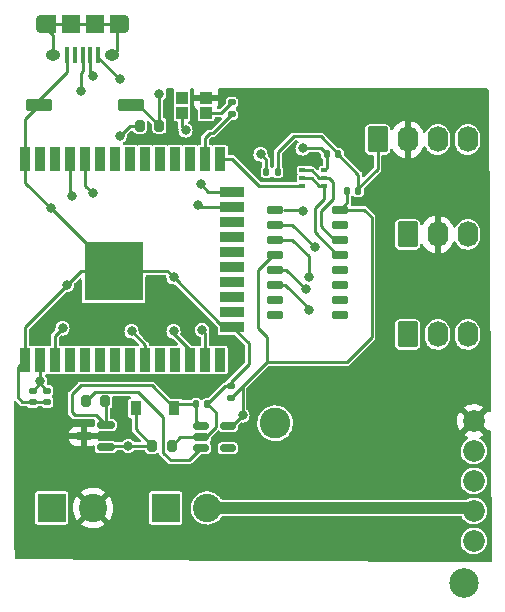
<source format=gbr>
%TF.GenerationSoftware,KiCad,Pcbnew,(6.0.0-0)*%
%TF.CreationDate,2022-12-05T10:13:41-05:00*%
%TF.ProjectId,Dome_Logics_V1,446f6d65-5f4c-46f6-9769-63735f56312e,rev?*%
%TF.SameCoordinates,Original*%
%TF.FileFunction,Copper,L1,Top*%
%TF.FilePolarity,Positive*%
%FSLAX46Y46*%
G04 Gerber Fmt 4.6, Leading zero omitted, Abs format (unit mm)*
G04 Created by KiCad (PCBNEW (6.0.0-0)) date 2022-12-05 10:13:41*
%MOMM*%
%LPD*%
G01*
G04 APERTURE LIST*
G04 Aperture macros list*
%AMRoundRect*
0 Rectangle with rounded corners*
0 $1 Rounding radius*
0 $2 $3 $4 $5 $6 $7 $8 $9 X,Y pos of 4 corners*
0 Add a 4 corners polygon primitive as box body*
4,1,4,$2,$3,$4,$5,$6,$7,$8,$9,$2,$3,0*
0 Add four circle primitives for the rounded corners*
1,1,$1+$1,$2,$3*
1,1,$1+$1,$4,$5*
1,1,$1+$1,$6,$7*
1,1,$1+$1,$8,$9*
0 Add four rect primitives between the rounded corners*
20,1,$1+$1,$2,$3,$4,$5,0*
20,1,$1+$1,$4,$5,$6,$7,0*
20,1,$1+$1,$6,$7,$8,$9,0*
20,1,$1+$1,$8,$9,$2,$3,0*%
G04 Aperture macros list end*
%TA.AperFunction,SMDPad,CuDef*%
%ADD10R,1.000000X1.000000*%
%TD*%
%TA.AperFunction,ComponentPad*%
%ADD11RoundRect,0.250000X-0.620000X-0.845000X0.620000X-0.845000X0.620000X0.845000X-0.620000X0.845000X0*%
%TD*%
%TA.AperFunction,ComponentPad*%
%ADD12O,1.740000X2.190000*%
%TD*%
%TA.AperFunction,SMDPad,CuDef*%
%ADD13RoundRect,0.140000X-0.170000X0.140000X-0.170000X-0.140000X0.170000X-0.140000X0.170000X0.140000X0*%
%TD*%
%TA.AperFunction,SMDPad,CuDef*%
%ADD14RoundRect,0.100000X-1.000000X-0.400000X1.000000X-0.400000X1.000000X0.400000X-1.000000X0.400000X0*%
%TD*%
%TA.AperFunction,SMDPad,CuDef*%
%ADD15RoundRect,0.200000X-0.200000X-0.275000X0.200000X-0.275000X0.200000X0.275000X-0.200000X0.275000X0*%
%TD*%
%TA.AperFunction,ComponentPad*%
%ADD16R,2.400000X2.400000*%
%TD*%
%TA.AperFunction,ComponentPad*%
%ADD17C,2.400000*%
%TD*%
%TA.AperFunction,SMDPad,CuDef*%
%ADD18RoundRect,0.140000X-0.140000X-0.170000X0.140000X-0.170000X0.140000X0.170000X-0.140000X0.170000X0*%
%TD*%
%TA.AperFunction,SMDPad,CuDef*%
%ADD19R,0.914400X1.219200*%
%TD*%
%TA.AperFunction,SMDPad,CuDef*%
%ADD20RoundRect,0.140000X0.170000X-0.140000X0.170000X0.140000X-0.170000X0.140000X-0.170000X-0.140000X0*%
%TD*%
%TA.AperFunction,SMDPad,CuDef*%
%ADD21RoundRect,0.049600X-0.605400X-0.260400X0.605400X-0.260400X0.605400X0.260400X-0.605400X0.260400X0*%
%TD*%
%TA.AperFunction,SMDPad,CuDef*%
%ADD22RoundRect,0.140000X0.140000X0.170000X-0.140000X0.170000X-0.140000X-0.170000X0.140000X-0.170000X0*%
%TD*%
%TA.AperFunction,ComponentPad*%
%ADD23C,1.836000*%
%TD*%
%TA.AperFunction,ComponentPad*%
%ADD24C,2.500000*%
%TD*%
%TA.AperFunction,ComponentPad*%
%ADD25C,2.600000*%
%TD*%
%TA.AperFunction,SMDPad,CuDef*%
%ADD26RoundRect,0.150000X0.587500X0.150000X-0.587500X0.150000X-0.587500X-0.150000X0.587500X-0.150000X0*%
%TD*%
%TA.AperFunction,SMDPad,CuDef*%
%ADD27R,0.500000X0.300000*%
%TD*%
%TA.AperFunction,SMDPad,CuDef*%
%ADD28RoundRect,0.135000X0.185000X-0.135000X0.185000X0.135000X-0.185000X0.135000X-0.185000X-0.135000X0*%
%TD*%
%TA.AperFunction,SMDPad,CuDef*%
%ADD29R,0.900000X2.000000*%
%TD*%
%TA.AperFunction,SMDPad,CuDef*%
%ADD30R,2.000000X0.900000*%
%TD*%
%TA.AperFunction,SMDPad,CuDef*%
%ADD31R,5.000000X5.000000*%
%TD*%
%TA.AperFunction,SMDPad,CuDef*%
%ADD32R,0.400000X1.350000*%
%TD*%
%TA.AperFunction,ComponentPad*%
%ADD33O,1.250000X0.950000*%
%TD*%
%TA.AperFunction,SMDPad,CuDef*%
%ADD34R,1.500000X1.550000*%
%TD*%
%TA.AperFunction,ComponentPad*%
%ADD35O,0.890000X1.550000*%
%TD*%
%TA.AperFunction,SMDPad,CuDef*%
%ADD36R,1.200000X1.550000*%
%TD*%
%TA.AperFunction,SMDPad,CuDef*%
%ADD37RoundRect,0.150000X-0.512500X-0.150000X0.512500X-0.150000X0.512500X0.150000X-0.512500X0.150000X0*%
%TD*%
%TA.AperFunction,ViaPad*%
%ADD38C,0.800000*%
%TD*%
%TA.AperFunction,Conductor*%
%ADD39C,0.254000*%
%TD*%
%TA.AperFunction,Conductor*%
%ADD40C,0.250000*%
%TD*%
%TA.AperFunction,Conductor*%
%ADD41C,1.000000*%
%TD*%
G04 APERTURE END LIST*
D10*
%TO.P,L1,1,DO*%
%TO.N,unconnected-(L1-Pad1)*%
X105083000Y-88747000D03*
%TO.P,L1,2,GND*%
%TO.N,GND*%
X105083000Y-90047000D03*
%TO.P,L1,3,DI*%
%TO.N,Net-(L1-Pad3)*%
X107113000Y-90047000D03*
%TO.P,L1,4,VDD*%
%TO.N,+5V*%
X107113000Y-88747000D03*
%TD*%
D11*
%TO.P,J2,1,Pin_1*%
%TO.N,GND*%
X121636000Y-92266000D03*
D12*
%TO.P,J2,2,Pin_2*%
%TO.N,+5V*%
X124176000Y-92266000D03*
%TO.P,J2,3,Pin_3*%
%TO.N,REAR_LOGICS*%
X126716000Y-92266000D03*
%TO.P,J2,4,Pin_4*%
%TO.N,REAR_LOGICS_CLOCK*%
X129256000Y-92266000D03*
%TD*%
D13*
%TO.P,C2,1*%
%TO.N,+3.3V*%
X92426000Y-113554000D03*
%TO.P,C2,2*%
%TO.N,GND*%
X92426000Y-114514000D03*
%TD*%
D14*
%TO.P,SW1,1,1*%
%TO.N,GND*%
X92959000Y-89351000D03*
%TO.P,SW1,2,2*%
%TO.N,RESET*%
X100759000Y-89351000D03*
%TD*%
D15*
%TO.P,R2,1*%
%TO.N,VBUS*%
X102555000Y-118206000D03*
%TO.P,R2,2*%
%TO.N,GND*%
X104205000Y-118206000D03*
%TD*%
%TO.P,R1,1*%
%TO.N,+3.3V*%
X101511000Y-91098000D03*
%TO.P,R1,2*%
%TO.N,RESET*%
X103161000Y-91098000D03*
%TD*%
D16*
%TO.P,J7,1,Pin_1*%
%TO.N,GND*%
X94054000Y-123470000D03*
D17*
%TO.P,J7,2,Pin_2*%
%TO.N,+5V*%
X97554000Y-123470000D03*
%TD*%
D18*
%TO.P,C4,1*%
%TO.N,+3.3V*%
X112218000Y-95036000D03*
%TO.P,C4,2*%
%TO.N,GND*%
X113178000Y-95036000D03*
%TD*%
D11*
%TO.P,J12,1,Pin_1*%
%TO.N,GND*%
X124176000Y-108774000D03*
D12*
%TO.P,J12,2,Pin_2*%
%TO.N,RX_FU*%
X126716000Y-108774000D03*
%TO.P,J12,3,Pin_3*%
%TO.N,TX_FU*%
X129256000Y-108774000D03*
%TD*%
D19*
%TO.P,CR1,A,A*%
%TO.N,VBUS*%
X101166200Y-115014500D03*
%TO.P,CR1,C,C*%
%TO.N,VIN*%
X104442800Y-115014500D03*
%TD*%
D15*
%TO.P,R3,1*%
%TO.N,Net-(R3-Pad1)*%
X96939000Y-114436000D03*
%TO.P,R3,2*%
%TO.N,VIN*%
X98589000Y-114436000D03*
%TD*%
D20*
%TO.P,C7,1*%
%TO.N,+3.3V*%
X109190000Y-114144000D03*
%TO.P,C7,2*%
%TO.N,GND*%
X109190000Y-113184000D03*
%TD*%
D21*
%TO.P,U4,1,GND*%
%TO.N,GND*%
X112941000Y-98203000D03*
%TO.P,U4,2,TXD*%
%TO.N,RXD0*%
X112941000Y-99473000D03*
%TO.P,U4,3,RXD*%
%TO.N,TXD0*%
X112941000Y-100743000D03*
%TO.P,U4,4,V3*%
%TO.N,+3.3V*%
X112941000Y-102013000D03*
%TO.P,U4,5,UD+*%
%TO.N,D+*%
X112941000Y-103283000D03*
%TO.P,U4,6,UD-*%
%TO.N,D-*%
X112941000Y-104553000D03*
%TO.P,U4,7,NC.*%
%TO.N,unconnected-(U4-Pad7)*%
X112941000Y-105823000D03*
%TO.P,U4,8,~{OUT}*%
%TO.N,unconnected-(U4-Pad8)*%
X112941000Y-107093000D03*
%TO.P,U4,9,~{CTS}*%
%TO.N,unconnected-(U4-Pad9)*%
X118441000Y-107093000D03*
%TO.P,U4,10,~{DSR}*%
%TO.N,unconnected-(U4-Pad10)*%
X118441000Y-105823000D03*
%TO.P,U4,11,~{RI}*%
%TO.N,unconnected-(U4-Pad11)*%
X118441000Y-104553000D03*
%TO.P,U4,12,~{DCD}*%
%TO.N,unconnected-(U4-Pad12)*%
X118441000Y-103283000D03*
%TO.P,U4,13,~{DTR}*%
%TO.N,DTR*%
X118441000Y-102013000D03*
%TO.P,U4,14,~{RTS}*%
%TO.N,RTS*%
X118441000Y-100743000D03*
%TO.P,U4,15,R232*%
%TO.N,unconnected-(U4-Pad15)*%
X118441000Y-99473000D03*
%TO.P,U4,16,VCC*%
%TO.N,+3.3V*%
X118441000Y-98203000D03*
%TD*%
D18*
%TO.P,C6,1*%
%TO.N,+3.3V*%
X119048000Y-96646000D03*
%TO.P,C6,2*%
%TO.N,GND*%
X120008000Y-96646000D03*
%TD*%
D22*
%TO.P,C5,1*%
%TO.N,GND*%
X107236000Y-114696000D03*
%TO.P,C5,2*%
%TO.N,VIN*%
X106276000Y-114696000D03*
%TD*%
D23*
%TO.P,U6,0,En*%
%TO.N,unconnected-(U6-Pad0)*%
X129792000Y-126264000D03*
%TO.P,U6,1,VIN*%
%TO.N,+12V*%
X129792000Y-123724000D03*
%TO.P,U6,2,GND*%
%TO.N,GND*%
X129792000Y-121184000D03*
%TO.P,U6,4,GND*%
X129792000Y-118644000D03*
%TO.P,U6,5,VOut*%
%TO.N,+5V*%
X129792000Y-116104000D03*
D24*
%TO.P,U6,P1*%
%TO.N,N/C*%
X128962000Y-129794000D03*
D25*
%TO.P,U6,P2*%
X112962000Y-116294000D03*
%TD*%
D13*
%TO.P,C3,1*%
%TO.N,+3.3V*%
X93680000Y-113554000D03*
%TO.P,C3,2*%
%TO.N,GND*%
X93680000Y-114514000D03*
%TD*%
D16*
%TO.P,J5,1,Pin_1*%
%TO.N,GND*%
X103714000Y-123470000D03*
D17*
%TO.P,J5,2,Pin_2*%
%TO.N,+12V*%
X107214000Y-123470000D03*
%TD*%
D26*
%TO.P,U2,1,1*%
%TO.N,VBUS*%
X98623500Y-118332000D03*
%TO.P,U2,2,2*%
%TO.N,VIN*%
X98623500Y-116432000D03*
%TO.P,U2,3,3*%
%TO.N,+5V*%
X96748500Y-117382000D03*
%TD*%
D27*
%TO.P,U5,1*%
%TO.N,RTS*%
X115264000Y-94881800D03*
%TO.P,U5,2*%
%TO.N,DTR*%
X115264000Y-95531800D03*
%TO.P,U5,3*%
%TO.N,GPIO0*%
X115264000Y-96181800D03*
%TO.P,U5,4*%
%TO.N,DTR*%
X117114000Y-96181800D03*
%TO.P,U5,5*%
%TO.N,RTS*%
X117114000Y-95531800D03*
%TO.P,U5,6*%
%TO.N,RESET*%
X117114000Y-94881800D03*
%TD*%
D18*
%TO.P,C1,1*%
%TO.N,RESET*%
X117346000Y-93536000D03*
%TO.P,C1,2*%
%TO.N,GND*%
X118306000Y-93536000D03*
%TD*%
D11*
%TO.P,J3,1,Pin_1*%
%TO.N,GND*%
X124176000Y-100306000D03*
D12*
%TO.P,J3,2,Pin_2*%
%TO.N,+5V*%
X126716000Y-100306000D03*
%TO.P,J3,3,Pin_3*%
%TO.N,FRONT_LOGICS*%
X129256000Y-100306000D03*
%TD*%
D28*
%TO.P,R4,1*%
%TO.N,ST_LED_D*%
X109310000Y-90154000D03*
%TO.P,R4,2*%
%TO.N,Net-(L1-Pad3)*%
X109310000Y-89134000D03*
%TD*%
D29*
%TO.P,U1,1,GND*%
%TO.N,GND*%
X91783000Y-110932000D03*
%TO.P,U1,2,3V3*%
%TO.N,+3.3V*%
X93053000Y-110932000D03*
%TO.P,U1,3,EN*%
%TO.N,RESET*%
X94323000Y-110932000D03*
%TO.P,U1,4,SENSOR_VP*%
%TO.N,unconnected-(U1-Pad4)*%
X95593000Y-110932000D03*
%TO.P,U1,5,SENSOR_VN*%
%TO.N,unconnected-(U1-Pad5)*%
X96863000Y-110932000D03*
%TO.P,U1,6,IO34*%
%TO.N,unconnected-(U1-Pad6)*%
X98133000Y-110932000D03*
%TO.P,U1,7,IO35*%
%TO.N,unconnected-(U1-Pad7)*%
X99403000Y-110932000D03*
%TO.P,U1,8,IO32*%
%TO.N,unconnected-(U1-Pad8)*%
X100673000Y-110932000D03*
%TO.P,U1,9,IO33*%
%TO.N,REAR_LOGICS*%
X101943000Y-110932000D03*
%TO.P,U1,10,IO25*%
%TO.N,unconnected-(U1-Pad10)*%
X103213000Y-110932000D03*
%TO.P,U1,11,IO26*%
%TO.N,unconnected-(U1-Pad11)*%
X104483000Y-110932000D03*
%TO.P,U1,12,IO27*%
%TO.N,TX_FU*%
X105753000Y-110932000D03*
%TO.P,U1,13,IO14*%
%TO.N,RX_FU*%
X107023000Y-110932000D03*
%TO.P,U1,14,IO12*%
%TO.N,unconnected-(U1-Pad14)*%
X108293000Y-110932000D03*
D30*
%TO.P,U1,15,GND*%
%TO.N,GND*%
X109293000Y-108147000D03*
%TO.P,U1,16,IO13*%
%TO.N,unconnected-(U1-Pad16)*%
X109293000Y-106877000D03*
%TO.P,U1,17,SD2*%
%TO.N,unconnected-(U1-Pad17)*%
X109293000Y-105607000D03*
%TO.P,U1,18,SD3*%
%TO.N,unconnected-(U1-Pad18)*%
X109293000Y-104337000D03*
%TO.P,U1,19,CMD*%
%TO.N,unconnected-(U1-Pad19)*%
X109293000Y-103067000D03*
%TO.P,U1,20,CLK*%
%TO.N,unconnected-(U1-Pad20)*%
X109293000Y-101797000D03*
%TO.P,U1,21,SD0*%
%TO.N,unconnected-(U1-Pad21)*%
X109293000Y-100527000D03*
%TO.P,U1,22,SD1*%
%TO.N,unconnected-(U1-Pad22)*%
X109293000Y-99257000D03*
%TO.P,U1,23,IO15*%
%TO.N,FRONT_LOGICS*%
X109293000Y-97987000D03*
%TO.P,U1,24,IO2*%
%TO.N,REAR_LOGICS_CLOCK*%
X109293000Y-96717000D03*
D29*
%TO.P,U1,25,IO0*%
%TO.N,GPIO0*%
X108293000Y-93932000D03*
%TO.P,U1,26,IO4*%
%TO.N,ST_LED_D*%
X107023000Y-93932000D03*
%TO.P,U1,27,IO16*%
%TO.N,unconnected-(U1-Pad27)*%
X105753000Y-93932000D03*
%TO.P,U1,28,IO17*%
%TO.N,unconnected-(U1-Pad28)*%
X104483000Y-93932000D03*
%TO.P,U1,29,IO5*%
%TO.N,unconnected-(U1-Pad29)*%
X103213000Y-93932000D03*
%TO.P,U1,30,IO18*%
%TO.N,unconnected-(U1-Pad30)*%
X101943000Y-93932000D03*
%TO.P,U1,31,IO19*%
%TO.N,unconnected-(U1-Pad31)*%
X100673000Y-93932000D03*
%TO.P,U1,32,NC*%
%TO.N,unconnected-(U1-Pad32)*%
X99403000Y-93932000D03*
%TO.P,U1,33,IO21*%
%TO.N,unconnected-(U1-Pad33)*%
X98133000Y-93932000D03*
%TO.P,U1,34,RXD0*%
%TO.N,RXD0*%
X96863000Y-93932000D03*
%TO.P,U1,35,TXD0*%
%TO.N,TXD0*%
X95593000Y-93932000D03*
%TO.P,U1,36,IO22*%
%TO.N,unconnected-(U1-Pad36)*%
X94323000Y-93932000D03*
%TO.P,U1,37,IO23*%
%TO.N,unconnected-(U1-Pad37)*%
X93053000Y-93932000D03*
%TO.P,U1,38,GND*%
%TO.N,GND*%
X91783000Y-93932000D03*
D31*
%TO.P,U1,39,GND*%
X99283000Y-103432000D03*
%TD*%
D32*
%TO.P,J1,1,VBUS*%
%TO.N,VBUS*%
X97980000Y-85158000D03*
%TO.P,J1,2,D-*%
%TO.N,D-*%
X97330000Y-85158000D03*
%TO.P,J1,3,D+*%
%TO.N,D+*%
X96680000Y-85158000D03*
%TO.P,J1,4,ID*%
%TO.N,unconnected-(J1-Pad4)*%
X96030000Y-85158000D03*
%TO.P,J1,5,GND*%
%TO.N,GND*%
X95380000Y-85158000D03*
D33*
%TO.P,J1,6,Shield*%
%TO.N,unconnected-(J1-Pad6)*%
X94180000Y-85158000D03*
D34*
X97680000Y-82458000D03*
D35*
X100180000Y-82458000D03*
D34*
X95680000Y-82458000D03*
D36*
X99580000Y-82458000D03*
X93780000Y-82458000D03*
D35*
X93180000Y-82458000D03*
D33*
X99180000Y-85158000D03*
%TD*%
D37*
%TO.P,U3,1,VIN*%
%TO.N,VIN*%
X106688500Y-116510000D03*
%TO.P,U3,2,VSS*%
%TO.N,GND*%
X106688500Y-117460000D03*
%TO.P,U3,3,CE*%
%TO.N,Net-(R3-Pad1)*%
X106688500Y-118410000D03*
%TO.P,U3,4,NC*%
%TO.N,unconnected-(U3-Pad4)*%
X108963500Y-118410000D03*
%TO.P,U3,5,VOUT*%
%TO.N,+3.3V*%
X108963500Y-116510000D03*
%TD*%
D38*
%TO.N,REAR_LOGICS_CLOCK*%
X106650000Y-96076000D03*
%TO.N,FRONT_LOGICS*%
X106396000Y-97854000D03*
%TO.N,RX_FU*%
X106777000Y-108395000D03*
%TO.N,TX_FU*%
X104364000Y-108522000D03*
%TO.N,REAR_LOGICS*%
X100808000Y-108522000D03*
%TO.N,GND*%
X104364000Y-103950000D03*
X95361500Y-104599500D03*
X105380000Y-91504000D03*
X115286000Y-98362000D03*
X93954500Y-98103500D03*
%TO.N,+3.3V*%
X93053000Y-112721000D03*
X111730000Y-93536000D03*
X99792000Y-92012000D03*
X110206000Y-115634000D03*
%TO.N,VBUS*%
X99792000Y-87186000D03*
X100522000Y-118206000D03*
%TO.N,D-*%
X115794000Y-106744000D03*
X97506000Y-86932000D03*
%TO.N,D+*%
X96490000Y-88202000D03*
X115540000Y-104966000D03*
%TO.N,TXD0*%
X95728000Y-97092000D03*
X115794000Y-103950000D03*
%TO.N,RXD0*%
X97506000Y-96838000D03*
X116302000Y-101410000D03*
%TO.N,RESET*%
X94966000Y-108268000D03*
X115286000Y-93028000D03*
X103161000Y-88389000D03*
%TD*%
D39*
%TO.N,GND*%
X121636000Y-92266000D02*
X121636000Y-94768000D01*
X121636000Y-94768000D02*
X120008000Y-96396000D01*
X120008000Y-96396000D02*
X120008000Y-96646000D01*
%TO.N,+3.3V*%
X112238000Y-111105758D02*
X112238000Y-109030000D01*
X111476000Y-103350286D02*
X112813286Y-102013000D01*
X112238000Y-109030000D02*
X111476000Y-108268000D01*
X111476000Y-108268000D02*
X111476000Y-103350286D01*
%TO.N,D-*%
X112941000Y-104553000D02*
X113830714Y-104553000D01*
X113830714Y-104553000D02*
X115794000Y-106516286D01*
X115794000Y-106516286D02*
X115794000Y-106744000D01*
%TO.N,D+*%
X112941000Y-103283000D02*
X113857000Y-103283000D01*
X113857000Y-103283000D02*
X115540000Y-104966000D01*
%TO.N,TXD0*%
X112941000Y-100743000D02*
X114365000Y-100743000D01*
X114365000Y-100743000D02*
X115794000Y-102172000D01*
X115794000Y-102172000D02*
X115794000Y-103950000D01*
%TO.N,RXD0*%
X112941000Y-99473000D02*
X114365000Y-99473000D01*
X114365000Y-99473000D02*
X116302000Y-101410000D01*
%TO.N,GND*%
X113703000Y-98203000D02*
X115127000Y-98203000D01*
X115127000Y-98203000D02*
X115286000Y-98362000D01*
D40*
%TO.N,RTS*%
X118441000Y-100743000D02*
X117921000Y-100743000D01*
X117921000Y-100743000D02*
X116810000Y-99632000D01*
X116810000Y-99632000D02*
X116810000Y-98362000D01*
X117826000Y-97346000D02*
X117826000Y-95840778D01*
X116810000Y-98362000D02*
X117826000Y-97346000D01*
D39*
%TO.N,DTR*%
X117114000Y-96181800D02*
X117114000Y-97296000D01*
X117114000Y-97296000D02*
X116302000Y-98108000D01*
X116302000Y-98108000D02*
X116302000Y-100140000D01*
X116302000Y-100140000D02*
X118175000Y-102013000D01*
X118175000Y-102013000D02*
X118441000Y-102013000D01*
%TO.N,+3.3V*%
X119048000Y-96646000D02*
X119048000Y-97596000D01*
X119048000Y-97596000D02*
X118441000Y-98203000D01*
X118441000Y-98203000D02*
X120461000Y-98203000D01*
X119052242Y-111105758D02*
X112238000Y-111105758D01*
X121128000Y-98870000D02*
X121128000Y-109030000D01*
X120461000Y-98203000D02*
X121128000Y-98870000D01*
X121128000Y-109030000D02*
X119052242Y-111105758D01*
D40*
%TO.N,REAR_LOGICS_CLOCK*%
X107291000Y-96717000D02*
X106650000Y-96076000D01*
X109293000Y-96717000D02*
X107291000Y-96717000D01*
%TO.N,FRONT_LOGICS*%
X106529000Y-97987000D02*
X106396000Y-97854000D01*
X109293000Y-97987000D02*
X106529000Y-97987000D01*
%TO.N,RX_FU*%
X107023000Y-108641000D02*
X106777000Y-108395000D01*
X107023000Y-110932000D02*
X107023000Y-108641000D01*
%TO.N,TX_FU*%
X104364000Y-108713978D02*
X104364000Y-108522000D01*
X105753000Y-110102978D02*
X104364000Y-108713978D01*
X105753000Y-110932000D02*
X105753000Y-110102978D01*
%TO.N,REAR_LOGICS*%
X101943000Y-109657000D02*
X100808000Y-108522000D01*
X101943000Y-110932000D02*
X101943000Y-109657000D01*
D39*
%TO.N,GND*%
X92959000Y-88939000D02*
X95380000Y-86518000D01*
X103846000Y-103432000D02*
X99283000Y-103432000D01*
X104364000Y-103950000D02*
X103846000Y-103432000D01*
X118306000Y-93508000D02*
X116810000Y-92012000D01*
X99283000Y-103432000D02*
X96529000Y-103432000D01*
X93680000Y-114514000D02*
X92426000Y-114514000D01*
X93954500Y-98103500D02*
X91783000Y-95932000D01*
X120008000Y-95238000D02*
X118306000Y-93536000D01*
X108748000Y-113184000D02*
X107236000Y-114696000D01*
X110714000Y-109538000D02*
X109323000Y-108147000D01*
X91783000Y-95932000D02*
X91783000Y-93932000D01*
X91783000Y-90527000D02*
X92959000Y-89351000D01*
X107920000Y-116614901D02*
X107920000Y-115380000D01*
X104205000Y-118206000D02*
X104951000Y-117460000D01*
X109323000Y-108147000D02*
X109293000Y-108147000D01*
X91156000Y-111559000D02*
X91783000Y-110932000D01*
X96529000Y-103432000D02*
X95361500Y-104599500D01*
X107074901Y-117460000D02*
X107920000Y-116614901D01*
X91560000Y-114514000D02*
X91156000Y-114110000D01*
X116810000Y-92012000D02*
X114524000Y-92012000D01*
X109293000Y-108147000D02*
X108561000Y-108147000D01*
X99283000Y-103432000D02*
X93954500Y-98103500D01*
X92426000Y-114514000D02*
X91560000Y-114514000D01*
X108561000Y-108147000D02*
X104364000Y-103950000D01*
X109190000Y-112840000D02*
X110714000Y-111316000D01*
X105083000Y-90047000D02*
X105083000Y-91207000D01*
X104951000Y-117460000D02*
X106688500Y-117460000D01*
X114524000Y-92012000D02*
X113178000Y-93358000D01*
X91783000Y-93932000D02*
X91783000Y-90527000D01*
X107920000Y-115380000D02*
X107236000Y-114696000D01*
X105083000Y-91207000D02*
X105380000Y-91504000D01*
X95361500Y-104599500D02*
X91783000Y-108178000D01*
X120008000Y-96646000D02*
X120008000Y-95238000D01*
X92959000Y-89351000D02*
X92959000Y-88939000D01*
X109190000Y-113184000D02*
X108748000Y-113184000D01*
X109190000Y-113184000D02*
X109190000Y-112840000D01*
X91156000Y-114110000D02*
X91156000Y-111559000D01*
X91783000Y-108178000D02*
X91783000Y-110932000D01*
X113178000Y-93358000D02*
X113178000Y-95036000D01*
X95380000Y-86518000D02*
X95380000Y-85158000D01*
X118306000Y-93536000D02*
X118306000Y-93508000D01*
X110714000Y-111316000D02*
X110714000Y-109538000D01*
X106688500Y-117460000D02*
X107074901Y-117460000D01*
%TO.N,+3.3V*%
X109199758Y-114144000D02*
X110989879Y-112353879D01*
X93053000Y-112927000D02*
X93680000Y-113554000D01*
X112218000Y-94024000D02*
X111730000Y-93536000D01*
X110989879Y-112353879D02*
X110206000Y-113137758D01*
X112218000Y-95036000D02*
X112218000Y-94024000D01*
X100706000Y-91098000D02*
X99792000Y-92012000D01*
X110206000Y-113137758D02*
X110206000Y-115634000D01*
X110206000Y-115634000D02*
X109330000Y-116510000D01*
X93053000Y-110932000D02*
X93053000Y-112721000D01*
X93053000Y-112927000D02*
X92426000Y-113554000D01*
X101511000Y-91098000D02*
X100706000Y-91098000D01*
X93053000Y-112721000D02*
X93053000Y-112927000D01*
X109330000Y-116510000D02*
X108963500Y-116510000D01*
X109190000Y-114144000D02*
X109199758Y-114144000D01*
X110989879Y-112353879D02*
X112238000Y-111105758D01*
%TO.N,VIN*%
X95982000Y-115634000D02*
X97825500Y-115634000D01*
X106276000Y-114696000D02*
X106276000Y-116097500D01*
X106276000Y-114696000D02*
X104761300Y-114696000D01*
X98623500Y-116432000D02*
X98623500Y-114470500D01*
X97825500Y-115634000D02*
X98623500Y-116432000D01*
X96490000Y-113094000D02*
X95728000Y-113856000D01*
X104761300Y-114696000D02*
X104442800Y-115014500D01*
X95728000Y-115380000D02*
X95982000Y-115634000D01*
X104442800Y-115014500D02*
X102522300Y-113094000D01*
X106276000Y-116097500D02*
X106688500Y-116510000D01*
X98623500Y-114470500D02*
X98589000Y-114436000D01*
X95728000Y-113856000D02*
X95728000Y-115380000D01*
X102522300Y-113094000D02*
X96490000Y-113094000D01*
%TO.N,VBUS*%
X100522000Y-118206000D02*
X98749500Y-118206000D01*
X102555000Y-118206000D02*
X101166200Y-116817200D01*
X101166200Y-116817200D02*
X101166200Y-115014500D01*
X102555000Y-118206000D02*
X100522000Y-118206000D01*
X98749500Y-118206000D02*
X98623500Y-118332000D01*
X99792000Y-87186000D02*
X97980000Y-85374000D01*
X97980000Y-85374000D02*
X97980000Y-85158000D01*
%TO.N,D-*%
X97330000Y-85158000D02*
X97330000Y-86756000D01*
X97330000Y-86756000D02*
X97506000Y-86932000D01*
%TO.N,D+*%
X96680000Y-85158000D02*
X96680000Y-86488000D01*
X96490000Y-86678000D02*
X96490000Y-88202000D01*
X96680000Y-86488000D02*
X96490000Y-86678000D01*
%TO.N,unconnected-(J1-Pad6)*%
X95680000Y-82458000D02*
X97680000Y-82458000D01*
X99580000Y-82458000D02*
X99580000Y-84758000D01*
X99580000Y-84758000D02*
X99180000Y-85158000D01*
X94180000Y-83458000D02*
X93180000Y-82458000D01*
X93780000Y-82458000D02*
X95680000Y-82458000D01*
X97680000Y-82458000D02*
X99580000Y-82458000D01*
X94180000Y-85158000D02*
X94180000Y-83458000D01*
%TO.N,Net-(R3-Pad1)*%
X97740520Y-113634480D02*
X101342958Y-113634480D01*
X96939000Y-114436000D02*
X97740520Y-113634480D01*
X105654500Y-119444000D02*
X106688500Y-118410000D01*
X104110000Y-119444000D02*
X105654500Y-119444000D01*
X101342958Y-113634480D02*
X103478480Y-115770002D01*
X103478480Y-118812480D02*
X104110000Y-119444000D01*
X103478480Y-115770002D02*
X103478480Y-118812480D01*
%TO.N,ST_LED_D*%
X107706000Y-91758000D02*
X107412000Y-91758000D01*
X107023000Y-92147000D02*
X107023000Y-93932000D01*
X107412000Y-91758000D02*
X107023000Y-92147000D01*
X109310000Y-90154000D02*
X107706000Y-91758000D01*
%TO.N,GPIO0*%
X109332000Y-93932000D02*
X111581800Y-96181800D01*
X111581800Y-96181800D02*
X115264000Y-96181800D01*
X108293000Y-93932000D02*
X109332000Y-93932000D01*
%TO.N,TXD0*%
X95593000Y-96957000D02*
X95728000Y-97092000D01*
X95593000Y-93932000D02*
X95593000Y-96957000D01*
%TO.N,RXD0*%
X96863000Y-96195000D02*
X97506000Y-96838000D01*
X96863000Y-93932000D02*
X96863000Y-96195000D01*
%TO.N,DTR*%
X116069604Y-95531800D02*
X116719604Y-96181800D01*
X115264000Y-95531800D02*
X116069604Y-95531800D01*
X116719604Y-96181800D02*
X117114000Y-96181800D01*
%TO.N,RTS*%
X117826000Y-95840778D02*
X117517022Y-95531800D01*
X116710978Y-95531800D02*
X117114000Y-95531800D01*
X117517022Y-95531800D02*
X117114000Y-95531800D01*
X115264000Y-94881800D02*
X116060978Y-94881800D01*
X116060978Y-94881800D02*
X116710978Y-95531800D01*
%TO.N,RESET*%
X117346000Y-93536000D02*
X116838000Y-93028000D01*
X100759000Y-89351000D02*
X101414000Y-89351000D01*
X103161000Y-91098000D02*
X103161000Y-88389000D01*
X94323000Y-110932000D02*
X94323000Y-108911000D01*
X117346000Y-94649800D02*
X117114000Y-94881800D01*
X101414000Y-89351000D02*
X103161000Y-91098000D01*
X94323000Y-108911000D02*
X94966000Y-108268000D01*
X116838000Y-93028000D02*
X115286000Y-93028000D01*
X117346000Y-93536000D02*
X117346000Y-94649800D01*
D41*
%TO.N,+12V*%
X107214000Y-123470000D02*
X129538000Y-123470000D01*
X129538000Y-123470000D02*
X129792000Y-123724000D01*
D39*
%TO.N,Net-(L1-Pad3)*%
X108397000Y-90047000D02*
X109310000Y-89134000D01*
X107113000Y-90047000D02*
X108397000Y-90047000D01*
%TD*%
%TA.AperFunction,Conductor*%
%TO.N,+5V*%
G36*
X104374037Y-87968002D02*
G01*
X104420530Y-88021658D01*
X104430634Y-88091932D01*
X104410681Y-88144002D01*
X104401027Y-88158450D01*
X104401025Y-88158454D01*
X104394133Y-88168769D01*
X104391712Y-88180938D01*
X104391712Y-88180939D01*
X104388814Y-88195510D01*
X104382500Y-88227252D01*
X104382500Y-89266748D01*
X104394133Y-89325231D01*
X104401026Y-89335547D01*
X104405777Y-89347017D01*
X104402063Y-89348555D01*
X104416528Y-89394751D01*
X104401688Y-89445289D01*
X104405777Y-89446983D01*
X104401026Y-89458453D01*
X104394133Y-89468769D01*
X104391712Y-89480938D01*
X104391712Y-89480939D01*
X104387792Y-89500648D01*
X104382500Y-89527252D01*
X104382500Y-90566748D01*
X104383707Y-90572816D01*
X104387820Y-90593491D01*
X104394133Y-90625231D01*
X104438448Y-90691552D01*
X104470342Y-90712863D01*
X104478497Y-90718312D01*
X104504769Y-90735867D01*
X104516938Y-90738288D01*
X104516939Y-90738288D01*
X104557184Y-90746293D01*
X104563252Y-90747500D01*
X104629500Y-90747500D01*
X104697621Y-90767502D01*
X104744114Y-90821158D01*
X104755500Y-90873500D01*
X104755500Y-91187206D01*
X104755020Y-91198189D01*
X104754093Y-91208789D01*
X104751713Y-91235984D01*
X104754566Y-91246631D01*
X104761534Y-91272635D01*
X104763913Y-91283367D01*
X104770503Y-91320739D01*
X104776016Y-91330287D01*
X104777800Y-91335190D01*
X104778380Y-91337030D01*
X104779111Y-91338795D01*
X104779682Y-91340362D01*
X104779753Y-91340629D01*
X104779539Y-91340707D01*
X104781111Y-91345695D01*
X104781612Y-91347566D01*
X104779273Y-91348192D01*
X104787656Y-91402680D01*
X104776911Y-91484304D01*
X104774318Y-91504000D01*
X104794956Y-91660762D01*
X104855464Y-91806841D01*
X104951718Y-91932282D01*
X105077159Y-92028536D01*
X105223238Y-92089044D01*
X105380000Y-92109682D01*
X105388188Y-92108604D01*
X105528574Y-92090122D01*
X105536762Y-92089044D01*
X105682841Y-92028536D01*
X105808282Y-91932282D01*
X105904536Y-91806841D01*
X105965044Y-91660762D01*
X105985682Y-91504000D01*
X105965044Y-91347238D01*
X105904536Y-91201159D01*
X105808282Y-91075718D01*
X105682841Y-90979464D01*
X105655861Y-90968289D01*
X105600581Y-90923742D01*
X105578159Y-90856379D01*
X105595716Y-90787588D01*
X105647678Y-90739208D01*
X105650181Y-90738065D01*
X105661231Y-90735867D01*
X105727552Y-90691552D01*
X105771867Y-90625231D01*
X105778181Y-90593491D01*
X105782293Y-90572816D01*
X105783500Y-90566748D01*
X105783500Y-89527252D01*
X105778208Y-89500648D01*
X105774288Y-89480939D01*
X105774288Y-89480938D01*
X105771867Y-89468769D01*
X105764974Y-89458453D01*
X105760223Y-89446983D01*
X105763937Y-89445445D01*
X105749472Y-89399249D01*
X105764312Y-89348711D01*
X105760223Y-89347017D01*
X105764974Y-89335547D01*
X105771867Y-89325231D01*
X105783500Y-89266748D01*
X105783500Y-88227252D01*
X105777186Y-88195510D01*
X105774288Y-88180939D01*
X105774288Y-88180938D01*
X105771867Y-88168769D01*
X105764975Y-88158454D01*
X105764973Y-88158450D01*
X105755319Y-88144002D01*
X105734104Y-88076249D01*
X105752887Y-88007782D01*
X105805705Y-87960339D01*
X105860084Y-87948000D01*
X106000725Y-87948000D01*
X106068846Y-87968002D01*
X106115339Y-88021658D01*
X106125443Y-88091932D01*
X106118707Y-88118230D01*
X106114522Y-88129394D01*
X106110895Y-88144649D01*
X106105369Y-88195514D01*
X106105000Y-88202328D01*
X106105000Y-88474885D01*
X106109475Y-88490124D01*
X106110865Y-88491329D01*
X106118548Y-88493000D01*
X108102884Y-88493000D01*
X108118123Y-88488525D01*
X108119328Y-88487135D01*
X108120999Y-88479452D01*
X108120999Y-88202331D01*
X108120629Y-88195510D01*
X108115105Y-88144648D01*
X108111479Y-88129396D01*
X108107293Y-88118230D01*
X108102110Y-88047423D01*
X108136031Y-87985054D01*
X108198286Y-87950924D01*
X108225275Y-87948000D01*
X130908795Y-87948000D01*
X130976916Y-87968002D01*
X131023409Y-88021658D01*
X131034792Y-88073203D01*
X131206720Y-115237850D01*
X131187150Y-115306096D01*
X131133790Y-115352927D01*
X131063581Y-115363475D01*
X130998815Y-115334392D01*
X130974931Y-115307087D01*
X130974242Y-115306021D01*
X130963555Y-115296818D01*
X130953990Y-115301221D01*
X130164021Y-116091189D01*
X130156408Y-116105132D01*
X130156539Y-116106966D01*
X130160790Y-116113580D01*
X130951205Y-116903994D01*
X130963211Y-116910550D01*
X130974951Y-116901581D01*
X130989264Y-116881662D01*
X131045258Y-116838013D01*
X131115962Y-116831567D01*
X131178926Y-116864369D01*
X131214161Y-116926005D01*
X131217584Y-116954390D01*
X131287192Y-127952403D01*
X131267622Y-128020649D01*
X131214262Y-128067480D01*
X131160405Y-128079198D01*
X110572187Y-127949712D01*
X91026413Y-127826782D01*
X90958419Y-127806351D01*
X90912264Y-127752404D01*
X90901208Y-127701587D01*
X90891864Y-126234596D01*
X128669093Y-126234596D01*
X128682538Y-126439722D01*
X128733138Y-126638963D01*
X128819201Y-126825646D01*
X128937842Y-126993520D01*
X129085089Y-127136962D01*
X129089885Y-127140167D01*
X129089888Y-127140169D01*
X129158544Y-127186043D01*
X129256011Y-127251168D01*
X129261314Y-127253446D01*
X129261317Y-127253448D01*
X129351129Y-127292034D01*
X129444884Y-127332314D01*
X129542481Y-127354398D01*
X129639745Y-127376407D01*
X129639748Y-127376407D01*
X129645381Y-127377682D01*
X129651152Y-127377909D01*
X129651154Y-127377909D01*
X129711807Y-127380292D01*
X129850789Y-127385753D01*
X129856498Y-127384925D01*
X129856502Y-127384925D01*
X130048512Y-127357084D01*
X130048516Y-127357083D01*
X130054227Y-127356255D01*
X130248884Y-127290178D01*
X130428240Y-127189734D01*
X130586287Y-127058287D01*
X130717734Y-126900240D01*
X130818178Y-126720884D01*
X130884255Y-126526227D01*
X130897635Y-126433954D01*
X130913221Y-126326459D01*
X130913221Y-126326457D01*
X130913753Y-126322789D01*
X130915292Y-126264000D01*
X130896482Y-126059296D01*
X130889964Y-126036183D01*
X130842251Y-125867007D01*
X130842250Y-125867005D01*
X130840683Y-125861448D01*
X130829937Y-125839656D01*
X130752319Y-125682263D01*
X130749764Y-125677082D01*
X130626769Y-125512371D01*
X130608311Y-125495308D01*
X130480052Y-125376748D01*
X130475817Y-125372833D01*
X130453970Y-125359048D01*
X130306850Y-125266222D01*
X130301964Y-125263139D01*
X130296604Y-125261001D01*
X130296599Y-125260998D01*
X130116396Y-125189105D01*
X130111032Y-125186965D01*
X129948409Y-125154618D01*
X129915083Y-125147989D01*
X129915081Y-125147989D01*
X129909416Y-125146862D01*
X129903641Y-125146786D01*
X129903637Y-125146786D01*
X129800740Y-125145439D01*
X129703868Y-125144171D01*
X129698171Y-125145150D01*
X129698170Y-125145150D01*
X129506968Y-125178004D01*
X129506967Y-125178004D01*
X129501271Y-125178983D01*
X129308410Y-125250133D01*
X129131746Y-125355238D01*
X128977193Y-125490777D01*
X128849928Y-125652211D01*
X128847240Y-125657320D01*
X128756903Y-125829023D01*
X128756901Y-125829028D01*
X128754214Y-125834135D01*
X128693255Y-126030454D01*
X128669093Y-126234596D01*
X90891864Y-126234596D01*
X90882024Y-124689748D01*
X92653500Y-124689748D01*
X92665133Y-124748231D01*
X92709448Y-124814552D01*
X92775769Y-124858867D01*
X92787938Y-124861288D01*
X92787939Y-124861288D01*
X92809633Y-124865603D01*
X92834252Y-124870500D01*
X95273748Y-124870500D01*
X95298367Y-124865603D01*
X95320061Y-124861288D01*
X95320062Y-124861288D01*
X95332231Y-124858867D01*
X95355440Y-124843359D01*
X96545386Y-124843359D01*
X96554099Y-124854879D01*
X96642586Y-124919760D01*
X96650505Y-124924708D01*
X96866877Y-125038547D01*
X96875451Y-125042275D01*
X97106282Y-125122885D01*
X97115291Y-125125299D01*
X97355518Y-125170908D01*
X97364775Y-125171962D01*
X97609107Y-125181563D01*
X97618420Y-125181237D01*
X97861478Y-125154618D01*
X97870655Y-125152917D01*
X98107107Y-125090665D01*
X98115926Y-125087628D01*
X98340584Y-124991107D01*
X98348856Y-124986800D01*
X98556777Y-124858135D01*
X98558620Y-124856796D01*
X98566038Y-124845541D01*
X98559974Y-124835184D01*
X98414538Y-124689748D01*
X102313500Y-124689748D01*
X102325133Y-124748231D01*
X102369448Y-124814552D01*
X102435769Y-124858867D01*
X102447938Y-124861288D01*
X102447939Y-124861288D01*
X102469633Y-124865603D01*
X102494252Y-124870500D01*
X104933748Y-124870500D01*
X104958367Y-124865603D01*
X104980061Y-124861288D01*
X104980062Y-124861288D01*
X104992231Y-124858867D01*
X105058552Y-124814552D01*
X105102867Y-124748231D01*
X105114500Y-124689748D01*
X105114500Y-123435665D01*
X105809119Y-123435665D01*
X105809416Y-123440817D01*
X105809416Y-123440821D01*
X105813941Y-123519296D01*
X105822376Y-123665580D01*
X105823513Y-123670626D01*
X105823514Y-123670632D01*
X105836376Y-123727704D01*
X105873006Y-123890242D01*
X105874948Y-123895024D01*
X105874949Y-123895028D01*
X105938404Y-124051298D01*
X105959649Y-124103618D01*
X106079979Y-124299978D01*
X106230763Y-124474048D01*
X106407953Y-124621154D01*
X106606790Y-124737345D01*
X106821934Y-124819501D01*
X106827000Y-124820532D01*
X106827001Y-124820532D01*
X106927697Y-124841018D01*
X107047607Y-124865414D01*
X107177352Y-124870172D01*
X107272585Y-124873664D01*
X107272589Y-124873664D01*
X107277749Y-124873853D01*
X107282869Y-124873197D01*
X107282871Y-124873197D01*
X107352272Y-124864307D01*
X107506178Y-124844591D01*
X107511126Y-124843106D01*
X107511133Y-124843105D01*
X107721811Y-124779898D01*
X107721810Y-124779898D01*
X107726761Y-124778413D01*
X107933574Y-124677096D01*
X108121062Y-124543363D01*
X108284190Y-124380803D01*
X108302586Y-124355203D01*
X108397601Y-124222974D01*
X108453596Y-124179326D01*
X108499924Y-124170500D01*
X128685459Y-124170500D01*
X128753580Y-124190502D01*
X128799884Y-124243747D01*
X128816781Y-124280398D01*
X128816784Y-124280403D01*
X128819201Y-124285646D01*
X128937842Y-124453520D01*
X129085089Y-124596962D01*
X129089885Y-124600167D01*
X129089888Y-124600169D01*
X129121295Y-124621154D01*
X129256011Y-124711168D01*
X129261314Y-124713446D01*
X129261317Y-124713448D01*
X129351129Y-124752034D01*
X129444884Y-124792314D01*
X129497585Y-124804239D01*
X129639745Y-124836407D01*
X129639748Y-124836407D01*
X129645381Y-124837682D01*
X129651152Y-124837909D01*
X129651154Y-124837909D01*
X129711807Y-124840292D01*
X129850789Y-124845753D01*
X129856498Y-124844925D01*
X129856502Y-124844925D01*
X130048512Y-124817084D01*
X130048516Y-124817083D01*
X130054227Y-124816255D01*
X130248884Y-124750178D01*
X130428240Y-124649734D01*
X130586287Y-124518287D01*
X130656353Y-124434042D01*
X130714043Y-124364678D01*
X130717734Y-124360240D01*
X130749297Y-124303881D01*
X130782973Y-124243747D01*
X130818178Y-124180884D01*
X130884255Y-123986227D01*
X130905165Y-123842022D01*
X130913221Y-123786459D01*
X130913221Y-123786457D01*
X130913753Y-123782789D01*
X130915292Y-123724000D01*
X130896482Y-123519296D01*
X130886193Y-123482812D01*
X130842251Y-123327007D01*
X130842250Y-123327005D01*
X130840683Y-123321448D01*
X130791388Y-123221486D01*
X130752319Y-123142263D01*
X130749764Y-123137082D01*
X130726250Y-123105592D01*
X130630222Y-122976995D01*
X130630221Y-122976994D01*
X130626769Y-122972371D01*
X130475817Y-122832833D01*
X130301964Y-122723139D01*
X130296604Y-122721001D01*
X130296599Y-122720998D01*
X130116396Y-122649105D01*
X130111032Y-122646965D01*
X129938078Y-122612563D01*
X129915083Y-122607989D01*
X129915081Y-122607989D01*
X129909416Y-122606862D01*
X129903641Y-122606786D01*
X129903637Y-122606786D01*
X129800740Y-122605439D01*
X129703868Y-122604171D01*
X129698171Y-122605150D01*
X129698170Y-122605150D01*
X129506968Y-122638004D01*
X129506967Y-122638004D01*
X129501271Y-122638983D01*
X129308410Y-122710133D01*
X129277426Y-122728567D01*
X129238400Y-122751785D01*
X129173977Y-122769500D01*
X108497487Y-122769500D01*
X108429366Y-122749498D01*
X108391695Y-122711940D01*
X108330215Y-122616906D01*
X108330213Y-122616903D01*
X108327405Y-122612563D01*
X108322218Y-122606862D01*
X108175890Y-122446051D01*
X108175889Y-122446050D01*
X108172412Y-122442229D01*
X108168361Y-122439030D01*
X108168357Y-122439026D01*
X107995735Y-122302697D01*
X107995730Y-122302693D01*
X107991681Y-122299496D01*
X107987165Y-122297003D01*
X107987162Y-122297001D01*
X107794589Y-122190695D01*
X107794585Y-122190693D01*
X107790065Y-122188198D01*
X107785196Y-122186474D01*
X107785192Y-122186472D01*
X107577853Y-122113049D01*
X107577849Y-122113048D01*
X107572978Y-122111323D01*
X107567885Y-122110416D01*
X107567882Y-122110415D01*
X107442188Y-122088026D01*
X107346250Y-122070937D01*
X107259802Y-122069881D01*
X107121141Y-122068186D01*
X107121139Y-122068186D01*
X107115971Y-122068123D01*
X106888325Y-122102958D01*
X106669424Y-122174506D01*
X106567286Y-122227676D01*
X106477534Y-122274398D01*
X106465149Y-122280845D01*
X106280984Y-122419119D01*
X106121877Y-122585616D01*
X106118963Y-122589888D01*
X106118962Y-122589889D01*
X106080027Y-122646965D01*
X105992099Y-122775863D01*
X105989923Y-122780552D01*
X105989919Y-122780558D01*
X105897315Y-122980057D01*
X105895136Y-122984752D01*
X105833592Y-123206673D01*
X105833043Y-123211810D01*
X105810739Y-123420510D01*
X105809119Y-123435665D01*
X105114500Y-123435665D01*
X105114500Y-122250252D01*
X105102867Y-122191769D01*
X105058552Y-122125448D01*
X104992231Y-122081133D01*
X104980062Y-122078712D01*
X104980061Y-122078712D01*
X104939816Y-122070707D01*
X104933748Y-122069500D01*
X102494252Y-122069500D01*
X102488184Y-122070707D01*
X102447939Y-122078712D01*
X102447938Y-122078712D01*
X102435769Y-122081133D01*
X102369448Y-122125448D01*
X102325133Y-122191769D01*
X102313500Y-122250252D01*
X102313500Y-124689748D01*
X98414538Y-124689748D01*
X97566812Y-123842022D01*
X97552868Y-123834408D01*
X97551035Y-123834539D01*
X97544420Y-123838790D01*
X96552044Y-124831166D01*
X96545386Y-124843359D01*
X95355440Y-124843359D01*
X95398552Y-124814552D01*
X95442867Y-124748231D01*
X95454500Y-124689748D01*
X95454500Y-123429835D01*
X95842022Y-123429835D01*
X95853754Y-123674064D01*
X95854891Y-123683324D01*
X95902593Y-123923143D01*
X95905082Y-123932118D01*
X95987708Y-124162250D01*
X95991505Y-124170778D01*
X96107234Y-124386160D01*
X96112245Y-124394027D01*
X96169173Y-124470263D01*
X96180431Y-124478712D01*
X96192850Y-124471940D01*
X97181978Y-123482812D01*
X97188356Y-123471132D01*
X97918408Y-123471132D01*
X97918539Y-123472965D01*
X97922790Y-123479580D01*
X98917732Y-124474522D01*
X98930112Y-124481282D01*
X98938453Y-124475038D01*
X99056700Y-124291202D01*
X99061147Y-124283011D01*
X99161572Y-124060076D01*
X99164767Y-124051298D01*
X99231135Y-123815973D01*
X99232993Y-123806844D01*
X99264044Y-123562770D01*
X99264525Y-123556483D01*
X99266706Y-123473160D01*
X99266555Y-123466851D01*
X99248321Y-123221486D01*
X99246944Y-123212280D01*
X99192979Y-122973786D01*
X99190255Y-122964875D01*
X99101633Y-122736983D01*
X99097619Y-122728567D01*
X98976284Y-122516276D01*
X98971074Y-122508553D01*
X98939787Y-122468865D01*
X98927863Y-122460395D01*
X98916328Y-122466882D01*
X97926022Y-123457188D01*
X97918408Y-123471132D01*
X97188356Y-123471132D01*
X97189592Y-123468868D01*
X97189461Y-123467035D01*
X97185210Y-123460420D01*
X96190828Y-122466038D01*
X96177520Y-122458771D01*
X96167481Y-122465893D01*
X96162581Y-122471784D01*
X96157168Y-122479373D01*
X96030322Y-122688409D01*
X96026084Y-122696726D01*
X95931529Y-122922214D01*
X95928572Y-122931052D01*
X95868384Y-123168042D01*
X95866763Y-123177232D01*
X95842267Y-123420510D01*
X95842022Y-123429835D01*
X95454500Y-123429835D01*
X95454500Y-122250252D01*
X95442867Y-122191769D01*
X95398552Y-122125448D01*
X95352860Y-122094917D01*
X96543330Y-122094917D01*
X96547903Y-122104693D01*
X97541188Y-123097978D01*
X97555132Y-123105592D01*
X97556965Y-123105461D01*
X97563580Y-123101210D01*
X98556488Y-122108302D01*
X98562872Y-122096612D01*
X98553460Y-122084502D01*
X98427144Y-121996873D01*
X98419116Y-121992145D01*
X98199810Y-121883995D01*
X98191177Y-121880507D01*
X97958288Y-121805958D01*
X97949238Y-121803785D01*
X97707891Y-121764480D01*
X97698602Y-121763668D01*
X97454114Y-121760467D01*
X97444803Y-121761037D01*
X97202522Y-121794010D01*
X97193403Y-121795948D01*
X96958668Y-121864367D01*
X96949915Y-121867639D01*
X96727869Y-121970004D01*
X96719714Y-121974524D01*
X96552468Y-122084175D01*
X96543330Y-122094917D01*
X95352860Y-122094917D01*
X95332231Y-122081133D01*
X95320062Y-122078712D01*
X95320061Y-122078712D01*
X95279816Y-122070707D01*
X95273748Y-122069500D01*
X92834252Y-122069500D01*
X92828184Y-122070707D01*
X92787939Y-122078712D01*
X92787938Y-122078712D01*
X92775769Y-122081133D01*
X92709448Y-122125448D01*
X92665133Y-122191769D01*
X92653500Y-122250252D01*
X92653500Y-124689748D01*
X90882024Y-124689748D01*
X90859507Y-121154596D01*
X128669093Y-121154596D01*
X128682538Y-121359722D01*
X128733138Y-121558963D01*
X128819201Y-121745646D01*
X128937842Y-121913520D01*
X129085089Y-122056962D01*
X129089885Y-122060167D01*
X129089888Y-122060169D01*
X129158544Y-122106043D01*
X129256011Y-122171168D01*
X129261314Y-122173446D01*
X129261317Y-122173448D01*
X129351129Y-122212034D01*
X129444884Y-122252314D01*
X129542481Y-122274398D01*
X129639745Y-122296407D01*
X129639748Y-122296407D01*
X129645381Y-122297682D01*
X129651152Y-122297909D01*
X129651154Y-122297909D01*
X129711807Y-122300292D01*
X129850789Y-122305753D01*
X129856498Y-122304925D01*
X129856502Y-122304925D01*
X130048512Y-122277084D01*
X130048516Y-122277083D01*
X130054227Y-122276255D01*
X130248884Y-122210178D01*
X130400181Y-122125448D01*
X130423203Y-122112555D01*
X130423204Y-122112554D01*
X130428240Y-122109734D01*
X130437328Y-122102176D01*
X130581855Y-121981973D01*
X130586287Y-121978287D01*
X130717734Y-121820240D01*
X130732424Y-121794010D01*
X130815358Y-121645919D01*
X130818178Y-121640884D01*
X130884255Y-121446227D01*
X130897635Y-121353954D01*
X130913221Y-121246459D01*
X130913221Y-121246457D01*
X130913753Y-121242789D01*
X130915292Y-121184000D01*
X130896482Y-120979296D01*
X130889964Y-120956183D01*
X130842251Y-120787007D01*
X130842250Y-120787005D01*
X130840683Y-120781448D01*
X130829937Y-120759656D01*
X130752319Y-120602263D01*
X130749764Y-120597082D01*
X130626769Y-120432371D01*
X130608311Y-120415308D01*
X130480052Y-120296748D01*
X130475817Y-120292833D01*
X130453970Y-120279048D01*
X130306850Y-120186222D01*
X130301964Y-120183139D01*
X130296604Y-120181001D01*
X130296599Y-120180998D01*
X130116396Y-120109105D01*
X130111032Y-120106965D01*
X129979148Y-120080732D01*
X129915083Y-120067989D01*
X129915081Y-120067989D01*
X129909416Y-120066862D01*
X129903641Y-120066786D01*
X129903637Y-120066786D01*
X129800740Y-120065439D01*
X129703868Y-120064171D01*
X129698171Y-120065150D01*
X129698170Y-120065150D01*
X129506968Y-120098004D01*
X129506967Y-120098004D01*
X129501271Y-120098983D01*
X129308410Y-120170133D01*
X129131746Y-120275238D01*
X128977193Y-120410777D01*
X128849928Y-120572211D01*
X128847240Y-120577320D01*
X128756903Y-120749023D01*
X128756901Y-120749028D01*
X128754214Y-120754135D01*
X128693255Y-120950454D01*
X128669093Y-121154596D01*
X90859507Y-121154596D01*
X90837171Y-117647871D01*
X95509456Y-117647871D01*
X95550107Y-117787790D01*
X95556352Y-117802221D01*
X95632911Y-117931678D01*
X95642551Y-117944104D01*
X95748896Y-118050449D01*
X95761322Y-118060089D01*
X95890779Y-118136648D01*
X95905210Y-118142893D01*
X96051065Y-118185269D01*
X96063667Y-118187570D01*
X96092084Y-118189807D01*
X96097014Y-118190000D01*
X96476385Y-118190000D01*
X96491624Y-118185525D01*
X96492829Y-118184135D01*
X96494500Y-118176452D01*
X96494500Y-117654115D01*
X96490025Y-117638876D01*
X96488635Y-117637671D01*
X96480952Y-117636000D01*
X95524122Y-117636000D01*
X95510591Y-117639973D01*
X95509456Y-117647871D01*
X90837171Y-117647871D01*
X90833749Y-117110605D01*
X95511061Y-117110605D01*
X95511101Y-117124706D01*
X95518370Y-117128000D01*
X96476385Y-117128000D01*
X96491624Y-117123525D01*
X96492829Y-117122135D01*
X96494500Y-117114452D01*
X96494500Y-116592116D01*
X96490025Y-116576877D01*
X96488635Y-116575672D01*
X96480952Y-116574001D01*
X96097017Y-116574001D01*
X96092080Y-116574195D01*
X96063664Y-116576430D01*
X96051069Y-116578730D01*
X95905210Y-116621107D01*
X95890779Y-116627352D01*
X95761322Y-116703911D01*
X95748896Y-116713551D01*
X95642551Y-116819896D01*
X95632911Y-116832322D01*
X95556352Y-116961779D01*
X95550107Y-116976210D01*
X95511061Y-117110605D01*
X90833749Y-117110605D01*
X90817373Y-114539518D01*
X90836940Y-114471271D01*
X90890299Y-114424437D01*
X90960507Y-114413886D01*
X91025274Y-114442967D01*
X91032463Y-114449617D01*
X91189750Y-114606905D01*
X91314424Y-114731579D01*
X91321849Y-114739682D01*
X91346240Y-114768750D01*
X91355786Y-114774261D01*
X91355788Y-114774263D01*
X91379102Y-114787723D01*
X91388371Y-114793628D01*
X91419457Y-114815394D01*
X91430106Y-114818248D01*
X91433353Y-114819762D01*
X91436712Y-114820984D01*
X91446261Y-114826497D01*
X91471540Y-114830954D01*
X91483637Y-114833087D01*
X91494370Y-114835467D01*
X91520366Y-114842433D01*
X91520369Y-114842433D01*
X91531015Y-114845286D01*
X91568814Y-114841979D01*
X91579796Y-114841500D01*
X91909770Y-114841500D01*
X91977891Y-114861502D01*
X91998865Y-114878405D01*
X92057684Y-114937224D01*
X92067676Y-114941883D01*
X92067677Y-114941884D01*
X92083671Y-114949342D01*
X92166513Y-114987972D01*
X92216099Y-114994500D01*
X92425923Y-114994500D01*
X92635900Y-114994499D01*
X92685487Y-114987972D01*
X92779389Y-114944185D01*
X92784323Y-114941884D01*
X92784324Y-114941883D01*
X92794316Y-114937224D01*
X92853135Y-114878405D01*
X92915447Y-114844379D01*
X92942230Y-114841500D01*
X93163770Y-114841500D01*
X93231891Y-114861502D01*
X93252865Y-114878405D01*
X93311684Y-114937224D01*
X93321676Y-114941883D01*
X93321677Y-114941884D01*
X93337671Y-114949342D01*
X93420513Y-114987972D01*
X93470099Y-114994500D01*
X93679923Y-114994500D01*
X93889900Y-114994499D01*
X93939487Y-114987972D01*
X94033389Y-114944185D01*
X94038323Y-114941884D01*
X94038324Y-114941883D01*
X94048316Y-114937224D01*
X94133224Y-114852316D01*
X94141746Y-114834042D01*
X94179898Y-114752224D01*
X94179898Y-114752223D01*
X94183972Y-114743487D01*
X94190500Y-114693901D01*
X94190499Y-114334100D01*
X94183972Y-114284513D01*
X94173358Y-114261750D01*
X94137884Y-114185677D01*
X94137883Y-114185676D01*
X94133224Y-114175684D01*
X94080635Y-114123095D01*
X94046609Y-114060783D01*
X94051674Y-113989968D01*
X94080635Y-113944905D01*
X94133224Y-113892316D01*
X94140929Y-113875794D01*
X94179898Y-113792224D01*
X94179899Y-113792222D01*
X94183972Y-113783487D01*
X94190500Y-113733901D01*
X94190499Y-113374100D01*
X94183972Y-113324513D01*
X94142935Y-113236508D01*
X94137884Y-113225677D01*
X94137883Y-113225676D01*
X94133224Y-113215684D01*
X94048316Y-113130776D01*
X93939487Y-113080028D01*
X93904595Y-113075435D01*
X93893989Y-113074038D01*
X93893986Y-113074038D01*
X93889901Y-113073500D01*
X93879135Y-113073500D01*
X93745539Y-113073501D01*
X93677419Y-113053499D01*
X93630926Y-112999844D01*
X93620821Y-112929570D01*
X93629130Y-112899284D01*
X93634883Y-112885395D01*
X93634885Y-112885388D01*
X93638044Y-112877762D01*
X93658682Y-112721000D01*
X93638044Y-112564238D01*
X93577536Y-112418159D01*
X93503463Y-112321625D01*
X93477863Y-112255405D01*
X93492128Y-112185856D01*
X93541729Y-112135060D01*
X93558011Y-112129041D01*
X93557595Y-112128037D01*
X93569060Y-112123288D01*
X93581231Y-112120867D01*
X93591548Y-112113973D01*
X93591551Y-112113972D01*
X93617997Y-112096301D01*
X93685749Y-112075085D01*
X93758003Y-112096301D01*
X93784449Y-112113972D01*
X93784452Y-112113973D01*
X93794769Y-112120867D01*
X93806938Y-112123288D01*
X93806939Y-112123288D01*
X93830815Y-112128037D01*
X93853252Y-112132500D01*
X94792748Y-112132500D01*
X94815185Y-112128037D01*
X94839061Y-112123288D01*
X94839062Y-112123288D01*
X94851231Y-112120867D01*
X94861548Y-112113973D01*
X94861551Y-112113972D01*
X94887997Y-112096301D01*
X94955749Y-112075085D01*
X95028003Y-112096301D01*
X95054449Y-112113972D01*
X95054452Y-112113973D01*
X95064769Y-112120867D01*
X95076938Y-112123288D01*
X95076939Y-112123288D01*
X95100815Y-112128037D01*
X95123252Y-112132500D01*
X96062748Y-112132500D01*
X96085185Y-112128037D01*
X96109061Y-112123288D01*
X96109062Y-112123288D01*
X96121231Y-112120867D01*
X96131548Y-112113973D01*
X96131551Y-112113972D01*
X96157997Y-112096301D01*
X96225749Y-112075085D01*
X96298003Y-112096301D01*
X96324449Y-112113972D01*
X96324452Y-112113973D01*
X96334769Y-112120867D01*
X96346938Y-112123288D01*
X96346939Y-112123288D01*
X96370815Y-112128037D01*
X96393252Y-112132500D01*
X97332748Y-112132500D01*
X97355185Y-112128037D01*
X97379061Y-112123288D01*
X97379062Y-112123288D01*
X97391231Y-112120867D01*
X97401548Y-112113973D01*
X97401551Y-112113972D01*
X97427997Y-112096301D01*
X97495749Y-112075085D01*
X97568003Y-112096301D01*
X97594449Y-112113972D01*
X97594452Y-112113973D01*
X97604769Y-112120867D01*
X97616938Y-112123288D01*
X97616939Y-112123288D01*
X97640815Y-112128037D01*
X97663252Y-112132500D01*
X98602748Y-112132500D01*
X98625185Y-112128037D01*
X98649061Y-112123288D01*
X98649062Y-112123288D01*
X98661231Y-112120867D01*
X98671548Y-112113973D01*
X98671551Y-112113972D01*
X98697997Y-112096301D01*
X98765749Y-112075085D01*
X98838003Y-112096301D01*
X98864449Y-112113972D01*
X98864452Y-112113973D01*
X98874769Y-112120867D01*
X98886938Y-112123288D01*
X98886939Y-112123288D01*
X98910815Y-112128037D01*
X98933252Y-112132500D01*
X99872748Y-112132500D01*
X99895185Y-112128037D01*
X99919061Y-112123288D01*
X99919062Y-112123288D01*
X99931231Y-112120867D01*
X99941548Y-112113973D01*
X99941551Y-112113972D01*
X99967997Y-112096301D01*
X100035749Y-112075085D01*
X100108003Y-112096301D01*
X100134449Y-112113972D01*
X100134452Y-112113973D01*
X100144769Y-112120867D01*
X100156938Y-112123288D01*
X100156939Y-112123288D01*
X100180815Y-112128037D01*
X100203252Y-112132500D01*
X101142748Y-112132500D01*
X101165185Y-112128037D01*
X101189061Y-112123288D01*
X101189062Y-112123288D01*
X101201231Y-112120867D01*
X101211548Y-112113973D01*
X101211551Y-112113972D01*
X101237997Y-112096301D01*
X101305749Y-112075085D01*
X101378003Y-112096301D01*
X101404449Y-112113972D01*
X101404452Y-112113973D01*
X101414769Y-112120867D01*
X101426938Y-112123288D01*
X101426939Y-112123288D01*
X101450815Y-112128037D01*
X101473252Y-112132500D01*
X102412748Y-112132500D01*
X102435185Y-112128037D01*
X102459061Y-112123288D01*
X102459062Y-112123288D01*
X102471231Y-112120867D01*
X102481548Y-112113973D01*
X102481551Y-112113972D01*
X102507997Y-112096301D01*
X102575749Y-112075085D01*
X102648003Y-112096301D01*
X102674449Y-112113972D01*
X102674452Y-112113973D01*
X102684769Y-112120867D01*
X102696938Y-112123288D01*
X102696939Y-112123288D01*
X102720815Y-112128037D01*
X102743252Y-112132500D01*
X103682748Y-112132500D01*
X103705185Y-112128037D01*
X103729061Y-112123288D01*
X103729062Y-112123288D01*
X103741231Y-112120867D01*
X103751548Y-112113973D01*
X103751551Y-112113972D01*
X103777997Y-112096301D01*
X103845749Y-112075085D01*
X103918003Y-112096301D01*
X103944449Y-112113972D01*
X103944452Y-112113973D01*
X103954769Y-112120867D01*
X103966938Y-112123288D01*
X103966939Y-112123288D01*
X103990815Y-112128037D01*
X104013252Y-112132500D01*
X104952748Y-112132500D01*
X104975185Y-112128037D01*
X104999061Y-112123288D01*
X104999062Y-112123288D01*
X105011231Y-112120867D01*
X105021548Y-112113973D01*
X105021551Y-112113972D01*
X105047997Y-112096301D01*
X105115749Y-112075085D01*
X105188003Y-112096301D01*
X105214449Y-112113972D01*
X105214452Y-112113973D01*
X105224769Y-112120867D01*
X105236938Y-112123288D01*
X105236939Y-112123288D01*
X105260815Y-112128037D01*
X105283252Y-112132500D01*
X106222748Y-112132500D01*
X106245185Y-112128037D01*
X106269061Y-112123288D01*
X106269062Y-112123288D01*
X106281231Y-112120867D01*
X106291548Y-112113973D01*
X106291551Y-112113972D01*
X106317997Y-112096301D01*
X106385749Y-112075085D01*
X106458003Y-112096301D01*
X106484449Y-112113972D01*
X106484452Y-112113973D01*
X106494769Y-112120867D01*
X106506938Y-112123288D01*
X106506939Y-112123288D01*
X106530815Y-112128037D01*
X106553252Y-112132500D01*
X107492748Y-112132500D01*
X107515185Y-112128037D01*
X107539061Y-112123288D01*
X107539062Y-112123288D01*
X107551231Y-112120867D01*
X107561548Y-112113973D01*
X107561551Y-112113972D01*
X107587997Y-112096301D01*
X107655749Y-112075085D01*
X107728003Y-112096301D01*
X107754449Y-112113972D01*
X107754452Y-112113973D01*
X107764769Y-112120867D01*
X107776938Y-112123288D01*
X107776939Y-112123288D01*
X107800815Y-112128037D01*
X107823252Y-112132500D01*
X108762748Y-112132500D01*
X108785185Y-112128037D01*
X108809061Y-112123288D01*
X108809062Y-112123288D01*
X108821231Y-112120867D01*
X108887552Y-112076552D01*
X108931867Y-112010231D01*
X108943500Y-111951748D01*
X108943500Y-109912252D01*
X108931867Y-109853769D01*
X108887552Y-109787448D01*
X108821231Y-109743133D01*
X108809062Y-109740712D01*
X108809061Y-109740712D01*
X108768816Y-109732707D01*
X108762748Y-109731500D01*
X107823252Y-109731500D01*
X107817184Y-109732707D01*
X107776939Y-109740712D01*
X107776938Y-109740712D01*
X107764769Y-109743133D01*
X107754452Y-109750027D01*
X107754449Y-109750028D01*
X107728003Y-109767699D01*
X107660251Y-109788915D01*
X107587997Y-109767699D01*
X107561551Y-109750028D01*
X107561548Y-109750027D01*
X107551231Y-109743133D01*
X107539062Y-109740712D01*
X107539061Y-109740712D01*
X107498816Y-109732707D01*
X107492748Y-109731500D01*
X107474500Y-109731500D01*
X107406379Y-109711498D01*
X107359886Y-109657842D01*
X107348500Y-109605500D01*
X107348500Y-108660711D01*
X107348980Y-108649729D01*
X107351303Y-108623176D01*
X107352264Y-108612194D01*
X107351679Y-108610012D01*
X107358184Y-108567757D01*
X107356746Y-108567372D01*
X107358885Y-108559387D01*
X107362044Y-108551762D01*
X107364885Y-108530188D01*
X107381604Y-108403188D01*
X107382682Y-108395000D01*
X107362044Y-108238238D01*
X107301536Y-108092159D01*
X107205282Y-107966718D01*
X107195451Y-107959174D01*
X107086392Y-107875491D01*
X107079841Y-107870464D01*
X106933762Y-107809956D01*
X106777000Y-107789318D01*
X106620238Y-107809956D01*
X106474159Y-107870464D01*
X106467608Y-107875491D01*
X106358550Y-107959174D01*
X106348718Y-107966718D01*
X106252464Y-108092159D01*
X106191956Y-108238238D01*
X106171318Y-108395000D01*
X106191956Y-108551762D01*
X106252464Y-108697841D01*
X106303477Y-108764322D01*
X106337082Y-108808117D01*
X106348718Y-108823282D01*
X106474159Y-108919536D01*
X106532583Y-108943736D01*
X106619718Y-108979829D01*
X106674999Y-109024378D01*
X106697500Y-109096238D01*
X106697500Y-109605500D01*
X106677498Y-109673621D01*
X106623842Y-109720114D01*
X106571500Y-109731500D01*
X106553252Y-109731500D01*
X106547184Y-109732707D01*
X106506939Y-109740712D01*
X106506938Y-109740712D01*
X106494769Y-109743133D01*
X106484452Y-109750027D01*
X106484449Y-109750028D01*
X106458003Y-109767699D01*
X106390251Y-109788915D01*
X106317997Y-109767699D01*
X106291551Y-109750028D01*
X106291548Y-109750027D01*
X106281231Y-109743133D01*
X106269062Y-109740712D01*
X106269061Y-109740712D01*
X106228816Y-109732707D01*
X106222748Y-109731500D01*
X105894038Y-109731500D01*
X105825917Y-109711498D01*
X105804943Y-109694595D01*
X104961733Y-108851385D01*
X104927707Y-108789073D01*
X104934419Y-108714073D01*
X104945883Y-108686395D01*
X104945884Y-108686390D01*
X104949044Y-108678762D01*
X104950289Y-108669310D01*
X104968604Y-108530188D01*
X104968604Y-108530187D01*
X104969682Y-108522000D01*
X104949044Y-108365238D01*
X104888536Y-108219159D01*
X104792282Y-108093718D01*
X104666841Y-107997464D01*
X104520762Y-107936956D01*
X104364000Y-107916318D01*
X104207238Y-107936956D01*
X104061159Y-107997464D01*
X103935718Y-108093718D01*
X103839464Y-108219159D01*
X103778956Y-108365238D01*
X103758318Y-108522000D01*
X103778956Y-108678762D01*
X103839464Y-108824841D01*
X103935718Y-108950282D01*
X104061159Y-109046536D01*
X104207238Y-109107044D01*
X104267905Y-109115031D01*
X104332832Y-109143753D01*
X104340554Y-109150858D01*
X104706101Y-109516405D01*
X104740127Y-109578717D01*
X104735062Y-109649532D01*
X104692515Y-109706368D01*
X104625995Y-109731179D01*
X104617006Y-109731500D01*
X104013252Y-109731500D01*
X104007184Y-109732707D01*
X103966939Y-109740712D01*
X103966938Y-109740712D01*
X103954769Y-109743133D01*
X103944452Y-109750027D01*
X103944449Y-109750028D01*
X103918003Y-109767699D01*
X103850251Y-109788915D01*
X103777997Y-109767699D01*
X103751551Y-109750028D01*
X103751548Y-109750027D01*
X103741231Y-109743133D01*
X103729062Y-109740712D01*
X103729061Y-109740712D01*
X103688816Y-109732707D01*
X103682748Y-109731500D01*
X102743252Y-109731500D01*
X102737184Y-109732707D01*
X102696939Y-109740712D01*
X102696938Y-109740712D01*
X102684769Y-109743133D01*
X102674452Y-109750027D01*
X102674449Y-109750028D01*
X102648003Y-109767699D01*
X102580251Y-109788915D01*
X102507997Y-109767699D01*
X102481551Y-109750028D01*
X102481548Y-109750027D01*
X102471231Y-109743133D01*
X102459062Y-109740712D01*
X102459061Y-109740712D01*
X102418816Y-109732707D01*
X102412748Y-109731500D01*
X102394837Y-109731500D01*
X102326716Y-109711498D01*
X102280223Y-109657842D01*
X102272395Y-109628158D01*
X102272263Y-109628193D01*
X102262512Y-109591804D01*
X102260132Y-109581069D01*
X102255502Y-109554812D01*
X102253588Y-109543955D01*
X102248076Y-109534407D01*
X102246883Y-109531130D01*
X102245406Y-109527962D01*
X102242553Y-109517316D01*
X102220942Y-109486452D01*
X102215038Y-109477184D01*
X102201704Y-109454089D01*
X102196194Y-109444545D01*
X102184959Y-109435117D01*
X102167330Y-109420325D01*
X102159227Y-109412900D01*
X101801222Y-109054895D01*
X101440709Y-108694383D01*
X101406684Y-108632070D01*
X101404882Y-108588840D01*
X101406390Y-108577392D01*
X101413682Y-108522000D01*
X101393044Y-108365238D01*
X101332536Y-108219159D01*
X101236282Y-108093718D01*
X101110841Y-107997464D01*
X100964762Y-107936956D01*
X100808000Y-107916318D01*
X100651238Y-107936956D01*
X100505159Y-107997464D01*
X100379718Y-108093718D01*
X100283464Y-108219159D01*
X100222956Y-108365238D01*
X100202318Y-108522000D01*
X100222956Y-108678762D01*
X100283464Y-108824841D01*
X100379718Y-108950282D01*
X100505159Y-109046536D01*
X100651238Y-109107044D01*
X100808000Y-109127682D01*
X100874842Y-109118882D01*
X100944989Y-109129821D01*
X100980383Y-109154709D01*
X101398545Y-109572872D01*
X101432570Y-109635184D01*
X101427505Y-109706000D01*
X101379441Y-109766739D01*
X101377992Y-109767707D01*
X101310238Y-109788915D01*
X101237997Y-109767699D01*
X101211551Y-109750028D01*
X101211548Y-109750027D01*
X101201231Y-109743133D01*
X101189062Y-109740712D01*
X101189061Y-109740712D01*
X101148816Y-109732707D01*
X101142748Y-109731500D01*
X100203252Y-109731500D01*
X100197184Y-109732707D01*
X100156939Y-109740712D01*
X100156938Y-109740712D01*
X100144769Y-109743133D01*
X100134452Y-109750027D01*
X100134449Y-109750028D01*
X100108003Y-109767699D01*
X100040251Y-109788915D01*
X99967997Y-109767699D01*
X99941551Y-109750028D01*
X99941548Y-109750027D01*
X99931231Y-109743133D01*
X99919062Y-109740712D01*
X99919061Y-109740712D01*
X99878816Y-109732707D01*
X99872748Y-109731500D01*
X98933252Y-109731500D01*
X98927184Y-109732707D01*
X98886939Y-109740712D01*
X98886938Y-109740712D01*
X98874769Y-109743133D01*
X98864452Y-109750027D01*
X98864449Y-109750028D01*
X98838003Y-109767699D01*
X98770251Y-109788915D01*
X98697997Y-109767699D01*
X98671551Y-109750028D01*
X98671548Y-109750027D01*
X98661231Y-109743133D01*
X98649062Y-109740712D01*
X98649061Y-109740712D01*
X98608816Y-109732707D01*
X98602748Y-109731500D01*
X97663252Y-109731500D01*
X97657184Y-109732707D01*
X97616939Y-109740712D01*
X97616938Y-109740712D01*
X97604769Y-109743133D01*
X97594452Y-109750027D01*
X97594449Y-109750028D01*
X97568003Y-109767699D01*
X97500251Y-109788915D01*
X97427997Y-109767699D01*
X97401551Y-109750028D01*
X97401548Y-109750027D01*
X97391231Y-109743133D01*
X97379062Y-109740712D01*
X97379061Y-109740712D01*
X97338816Y-109732707D01*
X97332748Y-109731500D01*
X96393252Y-109731500D01*
X96387184Y-109732707D01*
X96346939Y-109740712D01*
X96346938Y-109740712D01*
X96334769Y-109743133D01*
X96324452Y-109750027D01*
X96324449Y-109750028D01*
X96298003Y-109767699D01*
X96230251Y-109788915D01*
X96157997Y-109767699D01*
X96131551Y-109750028D01*
X96131548Y-109750027D01*
X96121231Y-109743133D01*
X96109062Y-109740712D01*
X96109061Y-109740712D01*
X96068816Y-109732707D01*
X96062748Y-109731500D01*
X95123252Y-109731500D01*
X95117184Y-109732707D01*
X95076939Y-109740712D01*
X95076938Y-109740712D01*
X95064769Y-109743133D01*
X95054452Y-109750027D01*
X95054449Y-109750028D01*
X95028003Y-109767699D01*
X94960251Y-109788915D01*
X94887997Y-109767699D01*
X94861551Y-109750028D01*
X94861548Y-109750027D01*
X94851231Y-109743133D01*
X94839062Y-109740712D01*
X94839061Y-109740712D01*
X94798816Y-109732707D01*
X94792748Y-109731500D01*
X94776500Y-109731500D01*
X94708379Y-109711498D01*
X94661886Y-109657842D01*
X94650500Y-109605500D01*
X94650500Y-109098845D01*
X94670502Y-109030724D01*
X94687405Y-109009750D01*
X94796117Y-108901038D01*
X94858429Y-108867012D01*
X94901657Y-108865211D01*
X94966000Y-108873682D01*
X94974188Y-108872604D01*
X95114574Y-108854122D01*
X95122762Y-108853044D01*
X95133134Y-108848748D01*
X95190850Y-108824841D01*
X95268841Y-108792536D01*
X95394282Y-108696282D01*
X95399373Y-108689648D01*
X95460058Y-108610561D01*
X95490536Y-108570841D01*
X95551044Y-108424762D01*
X95571682Y-108268000D01*
X95551044Y-108111238D01*
X95547066Y-108101633D01*
X95531585Y-108064261D01*
X95490536Y-107965159D01*
X95394282Y-107839718D01*
X95268841Y-107743464D01*
X95122762Y-107682956D01*
X94966000Y-107662318D01*
X94809238Y-107682956D01*
X94663159Y-107743464D01*
X94537718Y-107839718D01*
X94441464Y-107965159D01*
X94400415Y-108064261D01*
X94384935Y-108101633D01*
X94380956Y-108111238D01*
X94360318Y-108268000D01*
X94368789Y-108332342D01*
X94357850Y-108402489D01*
X94332963Y-108437882D01*
X94105427Y-108665419D01*
X94097323Y-108672845D01*
X94068250Y-108697240D01*
X94062737Y-108706789D01*
X94049275Y-108730106D01*
X94043377Y-108739365D01*
X94021606Y-108770457D01*
X94018754Y-108781101D01*
X94017240Y-108784347D01*
X94016014Y-108787715D01*
X94010503Y-108797261D01*
X94007069Y-108816736D01*
X94003913Y-108834633D01*
X94001536Y-108845356D01*
X93991713Y-108882016D01*
X93992674Y-108892999D01*
X93995020Y-108919811D01*
X93995500Y-108930794D01*
X93995500Y-109605500D01*
X93975498Y-109673621D01*
X93921842Y-109720114D01*
X93869500Y-109731500D01*
X93853252Y-109731500D01*
X93847184Y-109732707D01*
X93806939Y-109740712D01*
X93806938Y-109740712D01*
X93794769Y-109743133D01*
X93784452Y-109750027D01*
X93784449Y-109750028D01*
X93758003Y-109767699D01*
X93690251Y-109788915D01*
X93617997Y-109767699D01*
X93591551Y-109750028D01*
X93591548Y-109750027D01*
X93581231Y-109743133D01*
X93569062Y-109740712D01*
X93569061Y-109740712D01*
X93528816Y-109732707D01*
X93522748Y-109731500D01*
X92583252Y-109731500D01*
X92577184Y-109732707D01*
X92536939Y-109740712D01*
X92536938Y-109740712D01*
X92524769Y-109743133D01*
X92514452Y-109750027D01*
X92514449Y-109750028D01*
X92488003Y-109767699D01*
X92420251Y-109788915D01*
X92347997Y-109767699D01*
X92321551Y-109750028D01*
X92321548Y-109750027D01*
X92311231Y-109743133D01*
X92299062Y-109740712D01*
X92299061Y-109740712D01*
X92258816Y-109732707D01*
X92252748Y-109731500D01*
X92236500Y-109731500D01*
X92168379Y-109711498D01*
X92121886Y-109657842D01*
X92110500Y-109605500D01*
X92110500Y-108365844D01*
X92130502Y-108297723D01*
X92147405Y-108276749D01*
X95191617Y-105232538D01*
X95253929Y-105198512D01*
X95297157Y-105196711D01*
X95361500Y-105205182D01*
X95369688Y-105204104D01*
X95510074Y-105185622D01*
X95518262Y-105184544D01*
X95664341Y-105124036D01*
X95771249Y-105042003D01*
X95783236Y-105032805D01*
X95789782Y-105027782D01*
X95886036Y-104902341D01*
X95946544Y-104756262D01*
X95967182Y-104599500D01*
X95958711Y-104535157D01*
X95969650Y-104465010D01*
X95994538Y-104429616D01*
X96367405Y-104056750D01*
X96429717Y-104022725D01*
X96500533Y-104027790D01*
X96557368Y-104070337D01*
X96582179Y-104136857D01*
X96582500Y-104145846D01*
X96582500Y-105951748D01*
X96594133Y-106010231D01*
X96638448Y-106076552D01*
X96704769Y-106120867D01*
X96716938Y-106123288D01*
X96716939Y-106123288D01*
X96757184Y-106131293D01*
X96763252Y-106132500D01*
X101802748Y-106132500D01*
X101808816Y-106131293D01*
X101849061Y-106123288D01*
X101849062Y-106123288D01*
X101861231Y-106120867D01*
X101927552Y-106076552D01*
X101971867Y-106010231D01*
X101983500Y-105951748D01*
X101983500Y-103885500D01*
X102003502Y-103817379D01*
X102057158Y-103770886D01*
X102109500Y-103759500D01*
X103639722Y-103759500D01*
X103707843Y-103779502D01*
X103754336Y-103833158D01*
X103764644Y-103901945D01*
X103758318Y-103950000D01*
X103778956Y-104106762D01*
X103839464Y-104252841D01*
X103935718Y-104378282D01*
X104061159Y-104474536D01*
X104207238Y-104535044D01*
X104364000Y-104555682D01*
X104428344Y-104547211D01*
X104498491Y-104558150D01*
X104533884Y-104583038D01*
X108055595Y-108104750D01*
X108089621Y-108167062D01*
X108092500Y-108193845D01*
X108092500Y-108616748D01*
X108093707Y-108622816D01*
X108100152Y-108655215D01*
X108104133Y-108675231D01*
X108148448Y-108741552D01*
X108214769Y-108785867D01*
X108226938Y-108788288D01*
X108226939Y-108788288D01*
X108248296Y-108792536D01*
X108273252Y-108797500D01*
X109458156Y-108797500D01*
X109526277Y-108817502D01*
X109547251Y-108834405D01*
X110349595Y-109636749D01*
X110383621Y-109699061D01*
X110386500Y-109725844D01*
X110386500Y-111128155D01*
X110366498Y-111196276D01*
X110349595Y-111217250D01*
X108972433Y-112594413D01*
X108964329Y-112601840D01*
X108935250Y-112626240D01*
X108929737Y-112635789D01*
X108916275Y-112659106D01*
X108910377Y-112668365D01*
X108888606Y-112699457D01*
X108888469Y-112699969D01*
X108845825Y-112748400D01*
X108831800Y-112756059D01*
X108821684Y-112760776D01*
X108757549Y-112824911D01*
X108701067Y-112857522D01*
X108682356Y-112862536D01*
X108671632Y-112864913D01*
X108634261Y-112871503D01*
X108624715Y-112877014D01*
X108621347Y-112878240D01*
X108618101Y-112879754D01*
X108607457Y-112882606D01*
X108598428Y-112888928D01*
X108598426Y-112888929D01*
X108576367Y-112904374D01*
X108567102Y-112910277D01*
X108534240Y-112929250D01*
X108527154Y-112937695D01*
X108509845Y-112958323D01*
X108502418Y-112966427D01*
X107320250Y-114148595D01*
X107257938Y-114182621D01*
X107231156Y-114185500D01*
X107072742Y-114185501D01*
X107056100Y-114185501D01*
X107006513Y-114192028D01*
X106997779Y-114196101D01*
X106997778Y-114196101D01*
X106907677Y-114238116D01*
X106897684Y-114242776D01*
X106845095Y-114295365D01*
X106782783Y-114329391D01*
X106711968Y-114324326D01*
X106666905Y-114295365D01*
X106614316Y-114242776D01*
X106600667Y-114236411D01*
X106514224Y-114196102D01*
X106514223Y-114196102D01*
X106505487Y-114192028D01*
X106455901Y-114185500D01*
X106276066Y-114185500D01*
X106096100Y-114185501D01*
X106046513Y-114192028D01*
X106037779Y-114196101D01*
X106037778Y-114196101D01*
X105947677Y-114238116D01*
X105937684Y-114242776D01*
X105852776Y-114327684D01*
X105850655Y-114325563D01*
X105808688Y-114359103D01*
X105760942Y-114368500D01*
X105184166Y-114368500D01*
X105116045Y-114348498D01*
X105079401Y-114312502D01*
X105051445Y-114270663D01*
X105051443Y-114270661D01*
X105044552Y-114260348D01*
X104978231Y-114216033D01*
X104966062Y-114213612D01*
X104966061Y-114213612D01*
X104925816Y-114205607D01*
X104919748Y-114204400D01*
X104148045Y-114204400D01*
X104079924Y-114184398D01*
X104058950Y-114167495D01*
X102767887Y-112876433D01*
X102760460Y-112868329D01*
X102743146Y-112847695D01*
X102736060Y-112839250D01*
X102703195Y-112820275D01*
X102693935Y-112814377D01*
X102662843Y-112792606D01*
X102652199Y-112789754D01*
X102648953Y-112788240D01*
X102645585Y-112787014D01*
X102636039Y-112781503D01*
X102598668Y-112774913D01*
X102587940Y-112772535D01*
X102551284Y-112762713D01*
X102540300Y-112763674D01*
X102540299Y-112763674D01*
X102513489Y-112766020D01*
X102502506Y-112766500D01*
X96509794Y-112766500D01*
X96498811Y-112766020D01*
X96472001Y-112763674D01*
X96472000Y-112763674D01*
X96461016Y-112762713D01*
X96424347Y-112772538D01*
X96413633Y-112774913D01*
X96376261Y-112781503D01*
X96366712Y-112787017D01*
X96363340Y-112788244D01*
X96360106Y-112789752D01*
X96349457Y-112792605D01*
X96318361Y-112814378D01*
X96309114Y-112820270D01*
X96289755Y-112831447D01*
X96285789Y-112833737D01*
X96276240Y-112839250D01*
X96269154Y-112847695D01*
X96251850Y-112868318D01*
X96244422Y-112876424D01*
X95510433Y-113610413D01*
X95502329Y-113617840D01*
X95473250Y-113642240D01*
X95467737Y-113651789D01*
X95454275Y-113675106D01*
X95448377Y-113684365D01*
X95426606Y-113715457D01*
X95423754Y-113726101D01*
X95422240Y-113729347D01*
X95421014Y-113732715D01*
X95415503Y-113742261D01*
X95413589Y-113753117D01*
X95408913Y-113779633D01*
X95406536Y-113790356D01*
X95396713Y-113827016D01*
X95397674Y-113837999D01*
X95400020Y-113864811D01*
X95400500Y-113875794D01*
X95400500Y-115360206D01*
X95400020Y-115371189D01*
X95396713Y-115408984D01*
X95400708Y-115423891D01*
X95406534Y-115445635D01*
X95408913Y-115456367D01*
X95415503Y-115493739D01*
X95421014Y-115503285D01*
X95422240Y-115506653D01*
X95423754Y-115509899D01*
X95426606Y-115520543D01*
X95448377Y-115551635D01*
X95454275Y-115560894D01*
X95473250Y-115593760D01*
X95481695Y-115600846D01*
X95502322Y-115618154D01*
X95510427Y-115625581D01*
X95736424Y-115851579D01*
X95743849Y-115859682D01*
X95768240Y-115888750D01*
X95777786Y-115894261D01*
X95777788Y-115894263D01*
X95801102Y-115907723D01*
X95810371Y-115913628D01*
X95841457Y-115935394D01*
X95852108Y-115938248D01*
X95855358Y-115939763D01*
X95858713Y-115940984D01*
X95868261Y-115946497D01*
X95879115Y-115948411D01*
X95879118Y-115948412D01*
X95899787Y-115952056D01*
X95905643Y-115953089D01*
X95916358Y-115955464D01*
X95953016Y-115965286D01*
X95963991Y-115964326D01*
X95963993Y-115964326D01*
X95990815Y-115961979D01*
X96001797Y-115961500D01*
X97600667Y-115961500D01*
X97668788Y-115981502D01*
X97715281Y-116035158D01*
X97725385Y-116105432D01*
X97713867Y-116142833D01*
X97695464Y-116180482D01*
X97694052Y-116190162D01*
X97686828Y-116239682D01*
X97685500Y-116248782D01*
X97685500Y-116480515D01*
X97665498Y-116548636D01*
X97611842Y-116595129D01*
X97541568Y-116605233D01*
X97524347Y-116601512D01*
X97445938Y-116578732D01*
X97433333Y-116576430D01*
X97404916Y-116574193D01*
X97399986Y-116574000D01*
X97020615Y-116574000D01*
X97005376Y-116578475D01*
X97004171Y-116579865D01*
X97002500Y-116587548D01*
X97002500Y-117109885D01*
X97006975Y-117125124D01*
X97008365Y-117126329D01*
X97016048Y-117128000D01*
X97972878Y-117128000D01*
X97986409Y-117124027D01*
X97987544Y-117116128D01*
X97981015Y-117093655D01*
X97981216Y-117022658D01*
X98019769Y-116963042D01*
X98084434Y-116933732D01*
X98102011Y-116932500D01*
X99244218Y-116932500D01*
X99248768Y-116931830D01*
X99248771Y-116931830D01*
X99303426Y-116923784D01*
X99303427Y-116923784D01*
X99313112Y-116922358D01*
X99382784Y-116888151D01*
X99408507Y-116875522D01*
X99408509Y-116875521D01*
X99417855Y-116870932D01*
X99500293Y-116788350D01*
X99513119Y-116762112D01*
X99534460Y-116718451D01*
X99551536Y-116683518D01*
X99561500Y-116615218D01*
X99561500Y-116248782D01*
X99560161Y-116239682D01*
X99552784Y-116189574D01*
X99552784Y-116189573D01*
X99551358Y-116179888D01*
X99509396Y-116094420D01*
X99504522Y-116084493D01*
X99504521Y-116084491D01*
X99499932Y-116075145D01*
X99442739Y-116018052D01*
X99424721Y-116000065D01*
X99424720Y-116000065D01*
X99417350Y-115992707D01*
X99312518Y-115941464D01*
X99273981Y-115935842D01*
X99248744Y-115932160D01*
X99248740Y-115932160D01*
X99244218Y-115931500D01*
X99077000Y-115931500D01*
X99008879Y-115911498D01*
X98962386Y-115857842D01*
X98951000Y-115805500D01*
X98951000Y-115155161D01*
X98971002Y-115087040D01*
X99011333Y-115050554D01*
X99010482Y-115049383D01*
X99018510Y-115043550D01*
X99027342Y-115039050D01*
X99117050Y-114949342D01*
X99174646Y-114836304D01*
X99176200Y-114826497D01*
X99181659Y-114792025D01*
X99189500Y-114742519D01*
X99189499Y-114129482D01*
X99188725Y-114124594D01*
X99188724Y-114124583D01*
X99186048Y-114107687D01*
X99195149Y-114037276D01*
X99240873Y-113982963D01*
X99310497Y-113961980D01*
X100628680Y-113961980D01*
X100696801Y-113981982D01*
X100743294Y-114035638D01*
X100753398Y-114105912D01*
X100723904Y-114170492D01*
X100664178Y-114208876D01*
X100653265Y-114211558D01*
X100630769Y-114216033D01*
X100564448Y-114260348D01*
X100520133Y-114326669D01*
X100517712Y-114338838D01*
X100517712Y-114338839D01*
X100511812Y-114368500D01*
X100508500Y-114385152D01*
X100508500Y-115643848D01*
X100520133Y-115702331D01*
X100564448Y-115768652D01*
X100574761Y-115775543D01*
X100617411Y-115804041D01*
X100630769Y-115812967D01*
X100642938Y-115815388D01*
X100642939Y-115815388D01*
X100679961Y-115822752D01*
X100689252Y-115824600D01*
X100712700Y-115824600D01*
X100780821Y-115844602D01*
X100827314Y-115898258D01*
X100838700Y-115950600D01*
X100838700Y-116797406D01*
X100838220Y-116808389D01*
X100834913Y-116846184D01*
X100844420Y-116881662D01*
X100844734Y-116882835D01*
X100847113Y-116893567D01*
X100853703Y-116930939D01*
X100859214Y-116940485D01*
X100860440Y-116943853D01*
X100861954Y-116947099D01*
X100864806Y-116957743D01*
X100886577Y-116988835D01*
X100892475Y-116998094D01*
X100911450Y-117030960D01*
X100919895Y-117038046D01*
X100940522Y-117055354D01*
X100948627Y-117062781D01*
X101549250Y-117663405D01*
X101583275Y-117725717D01*
X101578210Y-117796533D01*
X101535663Y-117853368D01*
X101469143Y-117878179D01*
X101460154Y-117878500D01*
X101089751Y-117878500D01*
X101021630Y-117858498D01*
X100989789Y-117829204D01*
X100955311Y-117784271D01*
X100955308Y-117784268D01*
X100950282Y-117777718D01*
X100935977Y-117766741D01*
X100845509Y-117697323D01*
X100824841Y-117681464D01*
X100678762Y-117620956D01*
X100522000Y-117600318D01*
X100365238Y-117620956D01*
X100219159Y-117681464D01*
X100198491Y-117697323D01*
X100108024Y-117766741D01*
X100093718Y-117777718D01*
X100088692Y-117784268D01*
X100088689Y-117784271D01*
X100054211Y-117829204D01*
X99996873Y-117871071D01*
X99954249Y-117878500D01*
X99417433Y-117878500D01*
X99362100Y-117865700D01*
X99336871Y-117853368D01*
X99312518Y-117841464D01*
X99282027Y-117837016D01*
X99248744Y-117832160D01*
X99248740Y-117832160D01*
X99244218Y-117831500D01*
X98102011Y-117831500D01*
X98033890Y-117811498D01*
X97987397Y-117757842D01*
X97977293Y-117687568D01*
X97981015Y-117670345D01*
X97985939Y-117653397D01*
X97985899Y-117639294D01*
X97978630Y-117636000D01*
X97020615Y-117636000D01*
X97005376Y-117640475D01*
X97004171Y-117641865D01*
X97002500Y-117649548D01*
X97002500Y-118171884D01*
X97006975Y-118187123D01*
X97008365Y-118188328D01*
X97016048Y-118189999D01*
X97399984Y-118189999D01*
X97404920Y-118189805D01*
X97433336Y-118187570D01*
X97445934Y-118185269D01*
X97524347Y-118162488D01*
X97595343Y-118162691D01*
X97654960Y-118201245D01*
X97684268Y-118265909D01*
X97685500Y-118283485D01*
X97685500Y-118515218D01*
X97695642Y-118584112D01*
X97713440Y-118620362D01*
X97738254Y-118670902D01*
X97747068Y-118688855D01*
X97829650Y-118771293D01*
X97839006Y-118775866D01*
X97839007Y-118775867D01*
X97870056Y-118791044D01*
X97934482Y-118822536D01*
X97953593Y-118825324D01*
X97998256Y-118831840D01*
X97998260Y-118831840D01*
X98002782Y-118832500D01*
X99244218Y-118832500D01*
X99248768Y-118831830D01*
X99248771Y-118831830D01*
X99303426Y-118823784D01*
X99303427Y-118823784D01*
X99313112Y-118822358D01*
X99374696Y-118792122D01*
X99408507Y-118775522D01*
X99408509Y-118775521D01*
X99417855Y-118770932D01*
X99500293Y-118688350D01*
X99541443Y-118604166D01*
X99589329Y-118551750D01*
X99654643Y-118533500D01*
X99954249Y-118533500D01*
X100022370Y-118553502D01*
X100054211Y-118582796D01*
X100088689Y-118627729D01*
X100088692Y-118627732D01*
X100093718Y-118634282D01*
X100100268Y-118639308D01*
X100100269Y-118639309D01*
X100141438Y-118670899D01*
X100219159Y-118730536D01*
X100365238Y-118791044D01*
X100522000Y-118811682D01*
X100530188Y-118810604D01*
X100543618Y-118808836D01*
X100678762Y-118791044D01*
X100824841Y-118730536D01*
X100902562Y-118670899D01*
X100943731Y-118639309D01*
X100943732Y-118639308D01*
X100950282Y-118634282D01*
X100955308Y-118627732D01*
X100955311Y-118627729D01*
X100989789Y-118582796D01*
X101047127Y-118540929D01*
X101089751Y-118533500D01*
X101855785Y-118533500D01*
X101923906Y-118553502D01*
X101969286Y-118605873D01*
X101969354Y-118606304D01*
X101972372Y-118612228D01*
X101972374Y-118612232D01*
X101986171Y-118639309D01*
X102026950Y-118719342D01*
X102116658Y-118809050D01*
X102229696Y-118866646D01*
X102239485Y-118868196D01*
X102239487Y-118868197D01*
X102255077Y-118870666D01*
X102323481Y-118881500D01*
X102554953Y-118881500D01*
X102786518Y-118881499D01*
X102791412Y-118880724D01*
X102870506Y-118868198D01*
X102870508Y-118868197D01*
X102880304Y-118866646D01*
X102906062Y-118853522D01*
X102981074Y-118815301D01*
X103050851Y-118802197D01*
X103116635Y-118828897D01*
X103157542Y-118886925D01*
X103162363Y-118905690D01*
X103164068Y-118915362D01*
X103164069Y-118915365D01*
X103165983Y-118926219D01*
X103171494Y-118935764D01*
X103172720Y-118939133D01*
X103174234Y-118942379D01*
X103177086Y-118953023D01*
X103198857Y-118984115D01*
X103204755Y-118993374D01*
X103223730Y-119026240D01*
X103232175Y-119033326D01*
X103252802Y-119050634D01*
X103260907Y-119058061D01*
X103864424Y-119661579D01*
X103871849Y-119669682D01*
X103896240Y-119698750D01*
X103905786Y-119704261D01*
X103905788Y-119704263D01*
X103929102Y-119717723D01*
X103938371Y-119723628D01*
X103969457Y-119745394D01*
X103980108Y-119748248D01*
X103983358Y-119749763D01*
X103986713Y-119750984D01*
X103996261Y-119756497D01*
X104007115Y-119758411D01*
X104007118Y-119758412D01*
X104027787Y-119762056D01*
X104033643Y-119763089D01*
X104044358Y-119765464D01*
X104081016Y-119775286D01*
X104091991Y-119774326D01*
X104091993Y-119774326D01*
X104118815Y-119771979D01*
X104129797Y-119771500D01*
X105634706Y-119771500D01*
X105645689Y-119771980D01*
X105672499Y-119774326D01*
X105672500Y-119774326D01*
X105683484Y-119775287D01*
X105720144Y-119765464D01*
X105730867Y-119763087D01*
X105733190Y-119762677D01*
X105768239Y-119756497D01*
X105777785Y-119750986D01*
X105781153Y-119749760D01*
X105784399Y-119748246D01*
X105795043Y-119745394D01*
X105826135Y-119723623D01*
X105835394Y-119717725D01*
X105858711Y-119704263D01*
X105868260Y-119698750D01*
X105892655Y-119669677D01*
X105900081Y-119661573D01*
X106614251Y-118947404D01*
X106676563Y-118913379D01*
X106703346Y-118910500D01*
X107234218Y-118910500D01*
X107238768Y-118909830D01*
X107238771Y-118909830D01*
X107293426Y-118901784D01*
X107293427Y-118901784D01*
X107303112Y-118900358D01*
X107371776Y-118866646D01*
X107398507Y-118853522D01*
X107398509Y-118853521D01*
X107407855Y-118848932D01*
X107490293Y-118766350D01*
X107541536Y-118661518D01*
X107549218Y-118608861D01*
X107550840Y-118597744D01*
X107550840Y-118597740D01*
X107551500Y-118593218D01*
X108100500Y-118593218D01*
X108101170Y-118597768D01*
X108101170Y-118597771D01*
X108109216Y-118652426D01*
X108110642Y-118662112D01*
X108119548Y-118680251D01*
X108142183Y-118726353D01*
X108162068Y-118766855D01*
X108169438Y-118774212D01*
X108227167Y-118831840D01*
X108244650Y-118849293D01*
X108254006Y-118853866D01*
X108254007Y-118853867D01*
X108286460Y-118869730D01*
X108349482Y-118900536D01*
X108379973Y-118904984D01*
X108413256Y-118909840D01*
X108413260Y-118909840D01*
X108417782Y-118910500D01*
X109509218Y-118910500D01*
X109513768Y-118909830D01*
X109513771Y-118909830D01*
X109568426Y-118901784D01*
X109568427Y-118901784D01*
X109578112Y-118900358D01*
X109646776Y-118866646D01*
X109673507Y-118853522D01*
X109673509Y-118853521D01*
X109682855Y-118848932D01*
X109765293Y-118766350D01*
X109816536Y-118661518D01*
X109823381Y-118614596D01*
X128669093Y-118614596D01*
X128682538Y-118819722D01*
X128733138Y-119018963D01*
X128819201Y-119205646D01*
X128937842Y-119373520D01*
X129085089Y-119516962D01*
X129089885Y-119520167D01*
X129089888Y-119520169D01*
X129158544Y-119566043D01*
X129256011Y-119631168D01*
X129261314Y-119633446D01*
X129261317Y-119633448D01*
X129413313Y-119698750D01*
X129444884Y-119712314D01*
X129494885Y-119723628D01*
X129639745Y-119756407D01*
X129639748Y-119756407D01*
X129645381Y-119757682D01*
X129651152Y-119757909D01*
X129651154Y-119757909D01*
X129711807Y-119760292D01*
X129850789Y-119765753D01*
X129856498Y-119764925D01*
X129856502Y-119764925D01*
X130048512Y-119737084D01*
X130048516Y-119737083D01*
X130054227Y-119736255D01*
X130248884Y-119670178D01*
X130428240Y-119569734D01*
X130586287Y-119438287D01*
X130717734Y-119280240D01*
X130818178Y-119100884D01*
X130884255Y-118906227D01*
X130887561Y-118883431D01*
X130913221Y-118706459D01*
X130913221Y-118706457D01*
X130913753Y-118702789D01*
X130915292Y-118644000D01*
X130896482Y-118439296D01*
X130889964Y-118416183D01*
X130842251Y-118247007D01*
X130842250Y-118247005D01*
X130840683Y-118241448D01*
X130831206Y-118222229D01*
X130752319Y-118062263D01*
X130749764Y-118057082D01*
X130741331Y-118045788D01*
X130630222Y-117896995D01*
X130630221Y-117896994D01*
X130626769Y-117892371D01*
X130611764Y-117878500D01*
X130524575Y-117797904D01*
X130475817Y-117752833D01*
X130470936Y-117749753D01*
X130313536Y-117650440D01*
X130266598Y-117597174D01*
X130255910Y-117526986D01*
X130284864Y-117462162D01*
X130325340Y-117430727D01*
X130520033Y-117335348D01*
X130528890Y-117330069D01*
X130590001Y-117286478D01*
X130598402Y-117275778D01*
X130591415Y-117262626D01*
X129804811Y-116476021D01*
X129790868Y-116468408D01*
X129789034Y-116468539D01*
X129782420Y-116472790D01*
X128989021Y-117266190D01*
X128982264Y-117278565D01*
X128987545Y-117285620D01*
X129169273Y-117391813D01*
X129178560Y-117396263D01*
X129253849Y-117425013D01*
X129310352Y-117468001D01*
X129334645Y-117534712D01*
X129319015Y-117603966D01*
X129273324Y-117651007D01*
X129131746Y-117735238D01*
X128977193Y-117870777D01*
X128973621Y-117875308D01*
X128856370Y-118024040D01*
X128849928Y-118032211D01*
X128836843Y-118057082D01*
X128756903Y-118209023D01*
X128756901Y-118209028D01*
X128754214Y-118214135D01*
X128693255Y-118410454D01*
X128669093Y-118614596D01*
X109823381Y-118614596D01*
X109824218Y-118608861D01*
X109825840Y-118597744D01*
X109825840Y-118597740D01*
X109826500Y-118593218D01*
X109826500Y-118226782D01*
X109820427Y-118185525D01*
X109817784Y-118167574D01*
X109817784Y-118167573D01*
X109816358Y-118157888D01*
X109764932Y-118053145D01*
X109723442Y-118011727D01*
X109689721Y-117978065D01*
X109689720Y-117978065D01*
X109682350Y-117970707D01*
X109664272Y-117961870D01*
X109602505Y-117931678D01*
X109577518Y-117919464D01*
X109547027Y-117915016D01*
X109513744Y-117910160D01*
X109513740Y-117910160D01*
X109509218Y-117909500D01*
X108417782Y-117909500D01*
X108413232Y-117910170D01*
X108413229Y-117910170D01*
X108358574Y-117918216D01*
X108358573Y-117918216D01*
X108348888Y-117919642D01*
X108299065Y-117944104D01*
X108253493Y-117966478D01*
X108253491Y-117966479D01*
X108244145Y-117971068D01*
X108236787Y-117978438D01*
X108236788Y-117978438D01*
X108178010Y-118037319D01*
X108161707Y-118053650D01*
X108110464Y-118158482D01*
X108106722Y-118184135D01*
X108101540Y-118219656D01*
X108100500Y-118226782D01*
X108100500Y-118593218D01*
X107551500Y-118593218D01*
X107551500Y-118226782D01*
X107545427Y-118185525D01*
X107542784Y-118167574D01*
X107542784Y-118167573D01*
X107541358Y-118157888D01*
X107489932Y-118053145D01*
X107460889Y-118024152D01*
X107426809Y-117961870D01*
X107431812Y-117891050D01*
X107460733Y-117845962D01*
X107490293Y-117816350D01*
X107497200Y-117802221D01*
X107527178Y-117740891D01*
X107541536Y-117711518D01*
X107548555Y-117663405D01*
X107550840Y-117647744D01*
X107550840Y-117647740D01*
X107551500Y-117643218D01*
X107551500Y-117498745D01*
X107571502Y-117430624D01*
X107588405Y-117409650D01*
X108057603Y-116940452D01*
X108119915Y-116906426D01*
X108190730Y-116911491D01*
X108228777Y-116935920D01*
X108228800Y-116935887D01*
X108229467Y-116936363D01*
X108235717Y-116940376D01*
X108244650Y-116949293D01*
X108254006Y-116953866D01*
X108254007Y-116953867D01*
X108272777Y-116963042D01*
X108349482Y-117000536D01*
X108379973Y-117004984D01*
X108413256Y-117009840D01*
X108413260Y-117009840D01*
X108417782Y-117010500D01*
X109509218Y-117010500D01*
X109513768Y-117009830D01*
X109513771Y-117009830D01*
X109568426Y-117001784D01*
X109568427Y-117001784D01*
X109578112Y-117000358D01*
X109634117Y-116972861D01*
X109673507Y-116953522D01*
X109673509Y-116953521D01*
X109682855Y-116948932D01*
X109735847Y-116895847D01*
X109757935Y-116873721D01*
X109757935Y-116873720D01*
X109765293Y-116866350D01*
X109779145Y-116838013D01*
X109793625Y-116808389D01*
X109816536Y-116761518D01*
X109826500Y-116693218D01*
X109826500Y-116528845D01*
X109846502Y-116460724D01*
X109863405Y-116439750D01*
X110036117Y-116267038D01*
X110054108Y-116257214D01*
X111456806Y-116257214D01*
X111457103Y-116262366D01*
X111457103Y-116262370D01*
X111460556Y-116322256D01*
X111471010Y-116503545D01*
X111472147Y-116508591D01*
X111472148Y-116508597D01*
X111505398Y-116656138D01*
X111525255Y-116744249D01*
X111618084Y-116972861D01*
X111620789Y-116977276D01*
X111620790Y-116977277D01*
X111647836Y-117021411D01*
X111747006Y-117183241D01*
X111908557Y-117369741D01*
X111912532Y-117373041D01*
X111912535Y-117373044D01*
X111975132Y-117425013D01*
X112098399Y-117527351D01*
X112311433Y-117651838D01*
X112316253Y-117653678D01*
X112316258Y-117653681D01*
X112430547Y-117697323D01*
X112541939Y-117739859D01*
X112547007Y-117740890D01*
X112547010Y-117740891D01*
X112666587Y-117765219D01*
X112783726Y-117789052D01*
X112788899Y-117789242D01*
X112788902Y-117789242D01*
X113025136Y-117797904D01*
X113025140Y-117797904D01*
X113030300Y-117798093D01*
X113035420Y-117797437D01*
X113035422Y-117797437D01*
X113112991Y-117787500D01*
X113275041Y-117766741D01*
X113279990Y-117765256D01*
X113279996Y-117765255D01*
X113506424Y-117697323D01*
X113506423Y-117697323D01*
X113511374Y-117695838D01*
X113630108Y-117637671D01*
X113728303Y-117589566D01*
X113728308Y-117589563D01*
X113732954Y-117587287D01*
X113737164Y-117584284D01*
X113737169Y-117584281D01*
X113929617Y-117447009D01*
X113929622Y-117447005D01*
X113933829Y-117444004D01*
X114108605Y-117269837D01*
X114252588Y-117069463D01*
X114255891Y-117062781D01*
X114309889Y-116953522D01*
X114361911Y-116848264D01*
X114382957Y-116778993D01*
X114432135Y-116617132D01*
X114432136Y-116617126D01*
X114433639Y-116612180D01*
X114452567Y-116468408D01*
X114465408Y-116370872D01*
X114465409Y-116370866D01*
X114465845Y-116367550D01*
X114467643Y-116294000D01*
X114456873Y-116163004D01*
X114449572Y-116074196D01*
X128361837Y-116074196D01*
X128374740Y-116297972D01*
X128376176Y-116308193D01*
X128425454Y-116526852D01*
X128428533Y-116536680D01*
X128512867Y-116744368D01*
X128517510Y-116753559D01*
X128609008Y-116902871D01*
X128619464Y-116912331D01*
X128628242Y-116908547D01*
X129419979Y-116116811D01*
X129427592Y-116102868D01*
X129427461Y-116101034D01*
X129423210Y-116094420D01*
X128632908Y-115304119D01*
X128621377Y-115297822D01*
X128609094Y-115307445D01*
X128550761Y-115392959D01*
X128545676Y-115401910D01*
X128451302Y-115605222D01*
X128447739Y-115614909D01*
X128387840Y-115830896D01*
X128385909Y-115841016D01*
X128362089Y-116063908D01*
X128361837Y-116074196D01*
X114449572Y-116074196D01*
X114447849Y-116053240D01*
X114447848Y-116053234D01*
X114447425Y-116048089D01*
X114387316Y-115808783D01*
X114288928Y-115582507D01*
X114154905Y-115375339D01*
X114128635Y-115346468D01*
X114092801Y-115307087D01*
X113988846Y-115192842D01*
X113984795Y-115189643D01*
X113984791Y-115189639D01*
X113799264Y-115043119D01*
X113799259Y-115043116D01*
X113795210Y-115039918D01*
X113790694Y-115037425D01*
X113790691Y-115037423D01*
X113599455Y-114931855D01*
X128984652Y-114931855D01*
X128991396Y-114944185D01*
X129779189Y-115731979D01*
X129793132Y-115739592D01*
X129794966Y-115739461D01*
X129801580Y-115735210D01*
X130593809Y-114942980D01*
X130600826Y-114930129D01*
X130593053Y-114919459D01*
X130587899Y-114915389D01*
X130579310Y-114909683D01*
X130383085Y-114801360D01*
X130373676Y-114797132D01*
X130162386Y-114722310D01*
X130152423Y-114719678D01*
X129931747Y-114680369D01*
X129921495Y-114679400D01*
X129697356Y-114676662D01*
X129687072Y-114677382D01*
X129465508Y-114711286D01*
X129455480Y-114713675D01*
X129242427Y-114783311D01*
X129232917Y-114787308D01*
X129034103Y-114890804D01*
X129025378Y-114896298D01*
X128993105Y-114920530D01*
X128984652Y-114931855D01*
X113599455Y-114931855D01*
X113583722Y-114923170D01*
X113583718Y-114923168D01*
X113579198Y-114920673D01*
X113574329Y-114918949D01*
X113574325Y-114918947D01*
X113351485Y-114840035D01*
X113351481Y-114840034D01*
X113346610Y-114838309D01*
X113341517Y-114837402D01*
X113341514Y-114837401D01*
X113108783Y-114795945D01*
X113108777Y-114795944D01*
X113103694Y-114795039D01*
X113024324Y-114794069D01*
X112862142Y-114792088D01*
X112862140Y-114792088D01*
X112856972Y-114792025D01*
X112613070Y-114829347D01*
X112378540Y-114906003D01*
X112328879Y-114931855D01*
X112209573Y-114993962D01*
X112159679Y-115019935D01*
X112155546Y-115023038D01*
X112155543Y-115023040D01*
X111974256Y-115159154D01*
X111962364Y-115168083D01*
X111935051Y-115196665D01*
X111806526Y-115331159D01*
X111791896Y-115346468D01*
X111788982Y-115350740D01*
X111788981Y-115350741D01*
X111698840Y-115482883D01*
X111652851Y-115550300D01*
X111627357Y-115605222D01*
X111551496Y-115768652D01*
X111548965Y-115774104D01*
X111483026Y-116011871D01*
X111456806Y-116257214D01*
X110054108Y-116257214D01*
X110098429Y-116233012D01*
X110141657Y-116231211D01*
X110206000Y-116239682D01*
X110214188Y-116238604D01*
X110354574Y-116220122D01*
X110362762Y-116219044D01*
X110508841Y-116158536D01*
X110607017Y-116083203D01*
X110627736Y-116067305D01*
X110634282Y-116062282D01*
X110730536Y-115936841D01*
X110791044Y-115790762D01*
X110811682Y-115634000D01*
X110791044Y-115477238D01*
X110730536Y-115331159D01*
X110663922Y-115244346D01*
X110639309Y-115212269D01*
X110639308Y-115212268D01*
X110634282Y-115205718D01*
X110627732Y-115200692D01*
X110627729Y-115200689D01*
X110582796Y-115166211D01*
X110540929Y-115108873D01*
X110533500Y-115066249D01*
X110533500Y-113325603D01*
X110553502Y-113257482D01*
X110570405Y-113236508D01*
X111241716Y-112565197D01*
X111241718Y-112565194D01*
X112336750Y-111470163D01*
X112399062Y-111436137D01*
X112425845Y-111433258D01*
X119032448Y-111433258D01*
X119043431Y-111433738D01*
X119070241Y-111436084D01*
X119070242Y-111436084D01*
X119081226Y-111437045D01*
X119117886Y-111427222D01*
X119128609Y-111424845D01*
X119130932Y-111424435D01*
X119165981Y-111418255D01*
X119175527Y-111412744D01*
X119178895Y-111411518D01*
X119182141Y-111410004D01*
X119192785Y-111407152D01*
X119223877Y-111385381D01*
X119233136Y-111379483D01*
X119256453Y-111366021D01*
X119266002Y-111360508D01*
X119290402Y-111331429D01*
X119297829Y-111323325D01*
X120948321Y-109672834D01*
X123105500Y-109672834D01*
X123108481Y-109704369D01*
X123153366Y-109832184D01*
X123158958Y-109839754D01*
X123158959Y-109839757D01*
X123212505Y-109912252D01*
X123233850Y-109941150D01*
X123241421Y-109946742D01*
X123335243Y-110016041D01*
X123335246Y-110016042D01*
X123342816Y-110021634D01*
X123470631Y-110066519D01*
X123478277Y-110067242D01*
X123478278Y-110067242D01*
X123484248Y-110067806D01*
X123502166Y-110069500D01*
X124849834Y-110069500D01*
X124867752Y-110067806D01*
X124873722Y-110067242D01*
X124873723Y-110067242D01*
X124881369Y-110066519D01*
X125009184Y-110021634D01*
X125016754Y-110016042D01*
X125016757Y-110016041D01*
X125110579Y-109946742D01*
X125118150Y-109941150D01*
X125139495Y-109912252D01*
X125193041Y-109839757D01*
X125193042Y-109839754D01*
X125198634Y-109832184D01*
X125243519Y-109704369D01*
X125246500Y-109672834D01*
X125246500Y-109051830D01*
X125645500Y-109051830D01*
X125660806Y-109207934D01*
X125721484Y-109408910D01*
X125724377Y-109414351D01*
X125799062Y-109554812D01*
X125820043Y-109594272D01*
X125865112Y-109649532D01*
X125948834Y-109752186D01*
X125948837Y-109752189D01*
X125952729Y-109756961D01*
X125957476Y-109760888D01*
X125957478Y-109760890D01*
X126109737Y-109886850D01*
X126109741Y-109886852D01*
X126114487Y-109890779D01*
X126299157Y-109990630D01*
X126499705Y-110052710D01*
X126505830Y-110053354D01*
X126505831Y-110053354D01*
X126702362Y-110074010D01*
X126702363Y-110074010D01*
X126708490Y-110074654D01*
X126797879Y-110066519D01*
X126911423Y-110056186D01*
X126911426Y-110056185D01*
X126917562Y-110055627D01*
X126923468Y-110053889D01*
X126923472Y-110053888D01*
X127113048Y-109998092D01*
X127113047Y-109998092D01*
X127118957Y-109996353D01*
X127239033Y-109933579D01*
X127299544Y-109901945D01*
X127299545Y-109901944D01*
X127305003Y-109899091D01*
X127468614Y-109767544D01*
X127603558Y-109606724D01*
X127606522Y-109601332D01*
X127606525Y-109601328D01*
X127701729Y-109428152D01*
X127704696Y-109422755D01*
X127768174Y-109222646D01*
X127769163Y-109213836D01*
X127778947Y-109126604D01*
X127786500Y-109059264D01*
X127786500Y-109051830D01*
X128185500Y-109051830D01*
X128200806Y-109207934D01*
X128261484Y-109408910D01*
X128264377Y-109414351D01*
X128339062Y-109554812D01*
X128360043Y-109594272D01*
X128405112Y-109649532D01*
X128488834Y-109752186D01*
X128488837Y-109752189D01*
X128492729Y-109756961D01*
X128497476Y-109760888D01*
X128497478Y-109760890D01*
X128649737Y-109886850D01*
X128649741Y-109886852D01*
X128654487Y-109890779D01*
X128839157Y-109990630D01*
X129039705Y-110052710D01*
X129045830Y-110053354D01*
X129045831Y-110053354D01*
X129242362Y-110074010D01*
X129242363Y-110074010D01*
X129248490Y-110074654D01*
X129337879Y-110066519D01*
X129451423Y-110056186D01*
X129451426Y-110056185D01*
X129457562Y-110055627D01*
X129463468Y-110053889D01*
X129463472Y-110053888D01*
X129653048Y-109998092D01*
X129653047Y-109998092D01*
X129658957Y-109996353D01*
X129779033Y-109933579D01*
X129839544Y-109901945D01*
X129839545Y-109901944D01*
X129845003Y-109899091D01*
X130008614Y-109767544D01*
X130143558Y-109606724D01*
X130146522Y-109601332D01*
X130146525Y-109601328D01*
X130241729Y-109428152D01*
X130244696Y-109422755D01*
X130308174Y-109222646D01*
X130309163Y-109213836D01*
X130318947Y-109126604D01*
X130326500Y-109059264D01*
X130326500Y-108496170D01*
X130311194Y-108340066D01*
X130250516Y-108139090D01*
X130246277Y-108131118D01*
X130154853Y-107959174D01*
X130154851Y-107959172D01*
X130151957Y-107953728D01*
X130090300Y-107878129D01*
X130023166Y-107795814D01*
X130023163Y-107795811D01*
X130019271Y-107791039D01*
X130012185Y-107785177D01*
X129862263Y-107661150D01*
X129862259Y-107661148D01*
X129857513Y-107657221D01*
X129672843Y-107557370D01*
X129472295Y-107495290D01*
X129466170Y-107494646D01*
X129466169Y-107494646D01*
X129269638Y-107473990D01*
X129269637Y-107473990D01*
X129263510Y-107473346D01*
X129182066Y-107480758D01*
X129060577Y-107491814D01*
X129060574Y-107491815D01*
X129054438Y-107492373D01*
X129048532Y-107494111D01*
X129048528Y-107494112D01*
X128949031Y-107523396D01*
X128853043Y-107551647D01*
X128847583Y-107554501D01*
X128847584Y-107554501D01*
X128701371Y-107630939D01*
X128666997Y-107648909D01*
X128503386Y-107780456D01*
X128368442Y-107941276D01*
X128365478Y-107946668D01*
X128365475Y-107946672D01*
X128278571Y-108104750D01*
X128267304Y-108125245D01*
X128203826Y-108325354D01*
X128203140Y-108331471D01*
X128203139Y-108331475D01*
X128201693Y-108344367D01*
X128185500Y-108488736D01*
X128185500Y-109051830D01*
X127786500Y-109051830D01*
X127786500Y-108496170D01*
X127771194Y-108340066D01*
X127710516Y-108139090D01*
X127706277Y-108131118D01*
X127614853Y-107959174D01*
X127614851Y-107959172D01*
X127611957Y-107953728D01*
X127550300Y-107878129D01*
X127483166Y-107795814D01*
X127483163Y-107795811D01*
X127479271Y-107791039D01*
X127472185Y-107785177D01*
X127322263Y-107661150D01*
X127322259Y-107661148D01*
X127317513Y-107657221D01*
X127132843Y-107557370D01*
X126932295Y-107495290D01*
X126926170Y-107494646D01*
X126926169Y-107494646D01*
X126729638Y-107473990D01*
X126729637Y-107473990D01*
X126723510Y-107473346D01*
X126642066Y-107480758D01*
X126520577Y-107491814D01*
X126520574Y-107491815D01*
X126514438Y-107492373D01*
X126508532Y-107494111D01*
X126508528Y-107494112D01*
X126409031Y-107523396D01*
X126313043Y-107551647D01*
X126307583Y-107554501D01*
X126307584Y-107554501D01*
X126161371Y-107630939D01*
X126126997Y-107648909D01*
X125963386Y-107780456D01*
X125828442Y-107941276D01*
X125825478Y-107946668D01*
X125825475Y-107946672D01*
X125738571Y-108104750D01*
X125727304Y-108125245D01*
X125663826Y-108325354D01*
X125663140Y-108331471D01*
X125663139Y-108331475D01*
X125661693Y-108344367D01*
X125645500Y-108488736D01*
X125645500Y-109051830D01*
X125246500Y-109051830D01*
X125246500Y-107875166D01*
X125243519Y-107843631D01*
X125198634Y-107715816D01*
X125193042Y-107708246D01*
X125193041Y-107708243D01*
X125123742Y-107614421D01*
X125118150Y-107606850D01*
X125043412Y-107551647D01*
X125016757Y-107531959D01*
X125016754Y-107531958D01*
X125009184Y-107526366D01*
X124881369Y-107481481D01*
X124873723Y-107480758D01*
X124873722Y-107480758D01*
X124867752Y-107480194D01*
X124849834Y-107478500D01*
X123502166Y-107478500D01*
X123484248Y-107480194D01*
X123478278Y-107480758D01*
X123478277Y-107480758D01*
X123470631Y-107481481D01*
X123342816Y-107526366D01*
X123335246Y-107531958D01*
X123335243Y-107531959D01*
X123308588Y-107551647D01*
X123233850Y-107606850D01*
X123228258Y-107614421D01*
X123158959Y-107708243D01*
X123158958Y-107708246D01*
X123153366Y-107715816D01*
X123108481Y-107843631D01*
X123105500Y-107875166D01*
X123105500Y-109672834D01*
X120948321Y-109672834D01*
X121345573Y-109275582D01*
X121353677Y-109268155D01*
X121374305Y-109250846D01*
X121382750Y-109243760D01*
X121391550Y-109228519D01*
X121401723Y-109210898D01*
X121407628Y-109201628D01*
X121423072Y-109179572D01*
X121423072Y-109179571D01*
X121429394Y-109170543D01*
X121432246Y-109159899D01*
X121433760Y-109156653D01*
X121434986Y-109153285D01*
X121440497Y-109143739D01*
X121447087Y-109106367D01*
X121449466Y-109095635D01*
X121456434Y-109069631D01*
X121459287Y-109058984D01*
X121455980Y-109021189D01*
X121455500Y-109010206D01*
X121455500Y-101204834D01*
X123105500Y-101204834D01*
X123108481Y-101236369D01*
X123153366Y-101364184D01*
X123158958Y-101371754D01*
X123158959Y-101371757D01*
X123221335Y-101456206D01*
X123233850Y-101473150D01*
X123241421Y-101478742D01*
X123335243Y-101548041D01*
X123335246Y-101548042D01*
X123342816Y-101553634D01*
X123470631Y-101598519D01*
X123478277Y-101599242D01*
X123478278Y-101599242D01*
X123484248Y-101599806D01*
X123502166Y-101601500D01*
X124849834Y-101601500D01*
X124867752Y-101599806D01*
X124873722Y-101599242D01*
X124873723Y-101599242D01*
X124881369Y-101598519D01*
X125009184Y-101553634D01*
X125016754Y-101548042D01*
X125016757Y-101548041D01*
X125110579Y-101478742D01*
X125118150Y-101473150D01*
X125130665Y-101456206D01*
X125193041Y-101371757D01*
X125193042Y-101371754D01*
X125198634Y-101364184D01*
X125243519Y-101236369D01*
X125245061Y-101220062D01*
X125246221Y-101207784D01*
X125246221Y-101207782D01*
X125246500Y-101204834D01*
X125246500Y-101203722D01*
X125269589Y-101136911D01*
X125325376Y-101092998D01*
X125396048Y-101086217D01*
X125459167Y-101118720D01*
X125487141Y-101158201D01*
X125505397Y-101198728D01*
X125510568Y-101208018D01*
X125635210Y-101393155D01*
X125641871Y-101401441D01*
X125795924Y-101562930D01*
X125803892Y-101569979D01*
X125982952Y-101703203D01*
X125991982Y-101708802D01*
X126190931Y-101809953D01*
X126200792Y-101813956D01*
X126413929Y-101880138D01*
X126424309Y-101882420D01*
X126444043Y-101885036D01*
X126458207Y-101882840D01*
X126462000Y-101869655D01*
X126462000Y-101867627D01*
X126970000Y-101867627D01*
X126973973Y-101881158D01*
X126984580Y-101882683D01*
X127108188Y-101856748D01*
X127118384Y-101853688D01*
X127325952Y-101771716D01*
X127335489Y-101766982D01*
X127526285Y-101651204D01*
X127534878Y-101644938D01*
X127703441Y-101498667D01*
X127710861Y-101491036D01*
X127852368Y-101318458D01*
X127858393Y-101309691D01*
X127968797Y-101115738D01*
X127973262Y-101106074D01*
X128029429Y-100951336D01*
X128071473Y-100894128D01*
X128137772Y-100868732D01*
X128207277Y-100883212D01*
X128257919Y-100932970D01*
X128261036Y-100939425D01*
X128261484Y-100940910D01*
X128264375Y-100946347D01*
X128356028Y-101118720D01*
X128360043Y-101126272D01*
X128406890Y-101183712D01*
X128488834Y-101284186D01*
X128488837Y-101284189D01*
X128492729Y-101288961D01*
X128497476Y-101292888D01*
X128497478Y-101292890D01*
X128649737Y-101418850D01*
X128649741Y-101418852D01*
X128654487Y-101422779D01*
X128839157Y-101522630D01*
X129039705Y-101584710D01*
X129045830Y-101585354D01*
X129045831Y-101585354D01*
X129242362Y-101606010D01*
X129242363Y-101606010D01*
X129248490Y-101606654D01*
X129337879Y-101598519D01*
X129451423Y-101588186D01*
X129451426Y-101588185D01*
X129457562Y-101587627D01*
X129463468Y-101585889D01*
X129463472Y-101585888D01*
X129653048Y-101530092D01*
X129653047Y-101530092D01*
X129658957Y-101528353D01*
X129764551Y-101473150D01*
X129839544Y-101433945D01*
X129839545Y-101433944D01*
X129845003Y-101431091D01*
X130008614Y-101299544D01*
X130143558Y-101138724D01*
X130146522Y-101133332D01*
X130146525Y-101133328D01*
X130241729Y-100960152D01*
X130244696Y-100954755D01*
X130308174Y-100754646D01*
X130309466Y-100743133D01*
X130326107Y-100594764D01*
X130326500Y-100591264D01*
X130326500Y-100028170D01*
X130311194Y-99872066D01*
X130250516Y-99671090D01*
X130247133Y-99664728D01*
X130154853Y-99491174D01*
X130154851Y-99491172D01*
X130151957Y-99485728D01*
X130056254Y-99368384D01*
X130023166Y-99327814D01*
X130023163Y-99327811D01*
X130019271Y-99323039D01*
X130012185Y-99317177D01*
X129862263Y-99193150D01*
X129862259Y-99193148D01*
X129857513Y-99189221D01*
X129672843Y-99089370D01*
X129472295Y-99027290D01*
X129466170Y-99026646D01*
X129466169Y-99026646D01*
X129269638Y-99005990D01*
X129269637Y-99005990D01*
X129263510Y-99005346D01*
X129182066Y-99012758D01*
X129060577Y-99023814D01*
X129060574Y-99023815D01*
X129054438Y-99024373D01*
X129048532Y-99026111D01*
X129048528Y-99026112D01*
X128940707Y-99057846D01*
X128853043Y-99083647D01*
X128836491Y-99092300D01*
X128693144Y-99167240D01*
X128666997Y-99180909D01*
X128503386Y-99312456D01*
X128368442Y-99473276D01*
X128365478Y-99478668D01*
X128365475Y-99478672D01*
X128289562Y-99616758D01*
X128267304Y-99657245D01*
X128265441Y-99663118D01*
X128264751Y-99664728D01*
X128219532Y-99719461D01*
X128151901Y-99741059D01*
X128083329Y-99722664D01*
X128035587Y-99670116D01*
X128026980Y-99646748D01*
X128021802Y-99626798D01*
X128018266Y-99616758D01*
X127926601Y-99413268D01*
X127921432Y-99403982D01*
X127796790Y-99218845D01*
X127790129Y-99210559D01*
X127636076Y-99049070D01*
X127628108Y-99042021D01*
X127449048Y-98908797D01*
X127440018Y-98903198D01*
X127241069Y-98802047D01*
X127231208Y-98798044D01*
X127018071Y-98731862D01*
X127007691Y-98729580D01*
X126987957Y-98726964D01*
X126973793Y-98729160D01*
X126970000Y-98742345D01*
X126970000Y-101867627D01*
X126462000Y-101867627D01*
X126462000Y-98744373D01*
X126458027Y-98730842D01*
X126447420Y-98729317D01*
X126323812Y-98755252D01*
X126313616Y-98758312D01*
X126106048Y-98840284D01*
X126096511Y-98845018D01*
X125905715Y-98960796D01*
X125897122Y-98967062D01*
X125728559Y-99113333D01*
X125721139Y-99120964D01*
X125579632Y-99293542D01*
X125573607Y-99302309D01*
X125481729Y-99463716D01*
X125430647Y-99513022D01*
X125361016Y-99526884D01*
X125294945Y-99500901D01*
X125253411Y-99443321D01*
X125246500Y-99407993D01*
X125246500Y-99407166D01*
X125243519Y-99375631D01*
X125198634Y-99247816D01*
X125193042Y-99240246D01*
X125193041Y-99240243D01*
X125123742Y-99146421D01*
X125118150Y-99138850D01*
X125043412Y-99083647D01*
X125016757Y-99063959D01*
X125016754Y-99063958D01*
X125009184Y-99058366D01*
X124881369Y-99013481D01*
X124873723Y-99012758D01*
X124873722Y-99012758D01*
X124867752Y-99012194D01*
X124849834Y-99010500D01*
X123502166Y-99010500D01*
X123484248Y-99012194D01*
X123478278Y-99012758D01*
X123478277Y-99012758D01*
X123470631Y-99013481D01*
X123342816Y-99058366D01*
X123335246Y-99063958D01*
X123335243Y-99063959D01*
X123308588Y-99083647D01*
X123233850Y-99138850D01*
X123228258Y-99146421D01*
X123158959Y-99240243D01*
X123158958Y-99240246D01*
X123153366Y-99247816D01*
X123108481Y-99375631D01*
X123105500Y-99407166D01*
X123105500Y-101204834D01*
X121455500Y-101204834D01*
X121455500Y-98889796D01*
X121455979Y-98878814D01*
X121458325Y-98851994D01*
X121459286Y-98841015D01*
X121456433Y-98830369D01*
X121456433Y-98830366D01*
X121449467Y-98804370D01*
X121447087Y-98793637D01*
X121442411Y-98767118D01*
X121440497Y-98756261D01*
X121434984Y-98746712D01*
X121433762Y-98743353D01*
X121432248Y-98740106D01*
X121429394Y-98729457D01*
X121417596Y-98712607D01*
X121407628Y-98698372D01*
X121401723Y-98689102D01*
X121388263Y-98665788D01*
X121388261Y-98665786D01*
X121382750Y-98656240D01*
X121353682Y-98631849D01*
X121345579Y-98624424D01*
X120706581Y-97985427D01*
X120699154Y-97977322D01*
X120681846Y-97956695D01*
X120674760Y-97948250D01*
X120641895Y-97929275D01*
X120632635Y-97923377D01*
X120601543Y-97901606D01*
X120590899Y-97898754D01*
X120587653Y-97897240D01*
X120584285Y-97896014D01*
X120574739Y-97890503D01*
X120537368Y-97883913D01*
X120526644Y-97881536D01*
X120489984Y-97871713D01*
X120479000Y-97872674D01*
X120478999Y-97872674D01*
X120452189Y-97875020D01*
X120441206Y-97875500D01*
X119478074Y-97875500D01*
X119409953Y-97855498D01*
X119363460Y-97801842D01*
X119353356Y-97731568D01*
X119357559Y-97714827D01*
X119360497Y-97709739D01*
X119367087Y-97672367D01*
X119369462Y-97661653D01*
X119379287Y-97624984D01*
X119375980Y-97587189D01*
X119375500Y-97576206D01*
X119375500Y-97162230D01*
X119395502Y-97094109D01*
X119412405Y-97073135D01*
X119438905Y-97046635D01*
X119501217Y-97012609D01*
X119572032Y-97017674D01*
X119617095Y-97046635D01*
X119669684Y-97099224D01*
X119679676Y-97103883D01*
X119679677Y-97103884D01*
X119769776Y-97145898D01*
X119778513Y-97149972D01*
X119828099Y-97156500D01*
X120007934Y-97156500D01*
X120187900Y-97156499D01*
X120237487Y-97149972D01*
X120257069Y-97140841D01*
X120336323Y-97103884D01*
X120336324Y-97103883D01*
X120346316Y-97099224D01*
X120431224Y-97014316D01*
X120441730Y-96991787D01*
X120477898Y-96914224D01*
X120477899Y-96914222D01*
X120481972Y-96905487D01*
X120488500Y-96855901D01*
X120488499Y-96436100D01*
X120489184Y-96436100D01*
X120503953Y-96370120D01*
X120525081Y-96342073D01*
X121171794Y-95695361D01*
X121853573Y-95013582D01*
X121861677Y-95006155D01*
X121882306Y-94988845D01*
X121890750Y-94981760D01*
X121909730Y-94948886D01*
X121915622Y-94939639D01*
X121937395Y-94908543D01*
X121940248Y-94897894D01*
X121941756Y-94894660D01*
X121942983Y-94891288D01*
X121948497Y-94881739D01*
X121955087Y-94844367D01*
X121957462Y-94833653D01*
X121967287Y-94796984D01*
X121963980Y-94759189D01*
X121963500Y-94748206D01*
X121963500Y-93687500D01*
X121983502Y-93619379D01*
X122037158Y-93572886D01*
X122089500Y-93561500D01*
X122309834Y-93561500D01*
X122327752Y-93559806D01*
X122333722Y-93559242D01*
X122333723Y-93559242D01*
X122341369Y-93558519D01*
X122469184Y-93513634D01*
X122476754Y-93508042D01*
X122476757Y-93508041D01*
X122570579Y-93438742D01*
X122578150Y-93433150D01*
X122599093Y-93404796D01*
X122653041Y-93331757D01*
X122653042Y-93331754D01*
X122658634Y-93324184D01*
X122703519Y-93196369D01*
X122704890Y-93181871D01*
X122706221Y-93167784D01*
X122706221Y-93167782D01*
X122706500Y-93164834D01*
X122706500Y-93163722D01*
X122729589Y-93096911D01*
X122785376Y-93052998D01*
X122856048Y-93046217D01*
X122919167Y-93078720D01*
X122947141Y-93118201D01*
X122965397Y-93158728D01*
X122970568Y-93168018D01*
X123095210Y-93353155D01*
X123101871Y-93361441D01*
X123255924Y-93522930D01*
X123263892Y-93529979D01*
X123442952Y-93663203D01*
X123451982Y-93668802D01*
X123650931Y-93769953D01*
X123660792Y-93773956D01*
X123873929Y-93840138D01*
X123884309Y-93842420D01*
X123904043Y-93845036D01*
X123918207Y-93842840D01*
X123922000Y-93829655D01*
X123922000Y-93827627D01*
X124430000Y-93827627D01*
X124433973Y-93841158D01*
X124444580Y-93842683D01*
X124568188Y-93816748D01*
X124578384Y-93813688D01*
X124785952Y-93731716D01*
X124795489Y-93726982D01*
X124986285Y-93611204D01*
X124994878Y-93604938D01*
X125163441Y-93458667D01*
X125170861Y-93451036D01*
X125312368Y-93278458D01*
X125318393Y-93269691D01*
X125428797Y-93075738D01*
X125433262Y-93066074D01*
X125489429Y-92911336D01*
X125531473Y-92854128D01*
X125597772Y-92828732D01*
X125667277Y-92843212D01*
X125717919Y-92892970D01*
X125721036Y-92899425D01*
X125721484Y-92900910D01*
X125724375Y-92906347D01*
X125816028Y-93078720D01*
X125820043Y-93086272D01*
X125861541Y-93137154D01*
X125948834Y-93244186D01*
X125948837Y-93244189D01*
X125952729Y-93248961D01*
X125957476Y-93252888D01*
X125957478Y-93252890D01*
X126109737Y-93378850D01*
X126109741Y-93378852D01*
X126114487Y-93382779D01*
X126299157Y-93482630D01*
X126499705Y-93544710D01*
X126505830Y-93545354D01*
X126505831Y-93545354D01*
X126702362Y-93566010D01*
X126702363Y-93566010D01*
X126708490Y-93566654D01*
X126797879Y-93558519D01*
X126911423Y-93548186D01*
X126911426Y-93548185D01*
X126917562Y-93547627D01*
X126923468Y-93545889D01*
X126923472Y-93545888D01*
X127113048Y-93490092D01*
X127113047Y-93490092D01*
X127118957Y-93488353D01*
X127305003Y-93391091D01*
X127468614Y-93259544D01*
X127603558Y-93098724D01*
X127606522Y-93093332D01*
X127606525Y-93093328D01*
X127701729Y-92920152D01*
X127704696Y-92914755D01*
X127739025Y-92806536D01*
X127766311Y-92720519D01*
X127768174Y-92714646D01*
X127768925Y-92707958D01*
X127780331Y-92606264D01*
X127786500Y-92551264D01*
X127786500Y-92543830D01*
X128185500Y-92543830D01*
X128200806Y-92699934D01*
X128261484Y-92900910D01*
X128264375Y-92906347D01*
X128264377Y-92906351D01*
X128356028Y-93078720D01*
X128360043Y-93086272D01*
X128401541Y-93137154D01*
X128488834Y-93244186D01*
X128488837Y-93244189D01*
X128492729Y-93248961D01*
X128497476Y-93252888D01*
X128497478Y-93252890D01*
X128649737Y-93378850D01*
X128649741Y-93378852D01*
X128654487Y-93382779D01*
X128839157Y-93482630D01*
X129039705Y-93544710D01*
X129045830Y-93545354D01*
X129045831Y-93545354D01*
X129242362Y-93566010D01*
X129242363Y-93566010D01*
X129248490Y-93566654D01*
X129337879Y-93558519D01*
X129451423Y-93548186D01*
X129451426Y-93548185D01*
X129457562Y-93547627D01*
X129463468Y-93545889D01*
X129463472Y-93545888D01*
X129653048Y-93490092D01*
X129653047Y-93490092D01*
X129658957Y-93488353D01*
X129845003Y-93391091D01*
X130008614Y-93259544D01*
X130143558Y-93098724D01*
X130146522Y-93093332D01*
X130146525Y-93093328D01*
X130241729Y-92920152D01*
X130244696Y-92914755D01*
X130279025Y-92806536D01*
X130306311Y-92720519D01*
X130308174Y-92714646D01*
X130308925Y-92707958D01*
X130320331Y-92606264D01*
X130326500Y-92551264D01*
X130326500Y-91988170D01*
X130311194Y-91832066D01*
X130250516Y-91631090D01*
X130243744Y-91618353D01*
X130154853Y-91451174D01*
X130154851Y-91451172D01*
X130151957Y-91445728D01*
X130084929Y-91363543D01*
X130023166Y-91287814D01*
X130023163Y-91287811D01*
X130019271Y-91283039D01*
X130006695Y-91272635D01*
X129862263Y-91153150D01*
X129862259Y-91153148D01*
X129857513Y-91149221D01*
X129672843Y-91049370D01*
X129472295Y-90987290D01*
X129466170Y-90986646D01*
X129466169Y-90986646D01*
X129269638Y-90965990D01*
X129269637Y-90965990D01*
X129263510Y-90965346D01*
X129182066Y-90972758D01*
X129060577Y-90983814D01*
X129060574Y-90983815D01*
X129054438Y-90984373D01*
X129048532Y-90986111D01*
X129048528Y-90986112D01*
X128938940Y-91018366D01*
X128853043Y-91043647D01*
X128666997Y-91140909D01*
X128503386Y-91272456D01*
X128368442Y-91433276D01*
X128365478Y-91438668D01*
X128365475Y-91438672D01*
X128311677Y-91536531D01*
X128267304Y-91617245D01*
X128203826Y-91817354D01*
X128203140Y-91823471D01*
X128203139Y-91823475D01*
X128196120Y-91886053D01*
X128185500Y-91980736D01*
X128185500Y-92543830D01*
X127786500Y-92543830D01*
X127786500Y-91988170D01*
X127771194Y-91832066D01*
X127710516Y-91631090D01*
X127703744Y-91618353D01*
X127614853Y-91451174D01*
X127614851Y-91451172D01*
X127611957Y-91445728D01*
X127544929Y-91363543D01*
X127483166Y-91287814D01*
X127483163Y-91287811D01*
X127479271Y-91283039D01*
X127466695Y-91272635D01*
X127322263Y-91153150D01*
X127322259Y-91153148D01*
X127317513Y-91149221D01*
X127132843Y-91049370D01*
X126932295Y-90987290D01*
X126926170Y-90986646D01*
X126926169Y-90986646D01*
X126729638Y-90965990D01*
X126729637Y-90965990D01*
X126723510Y-90965346D01*
X126642066Y-90972758D01*
X126520577Y-90983814D01*
X126520574Y-90983815D01*
X126514438Y-90984373D01*
X126508532Y-90986111D01*
X126508528Y-90986112D01*
X126398940Y-91018366D01*
X126313043Y-91043647D01*
X126126997Y-91140909D01*
X125963386Y-91272456D01*
X125828442Y-91433276D01*
X125825478Y-91438668D01*
X125825475Y-91438672D01*
X125771677Y-91536531D01*
X125727304Y-91617245D01*
X125725441Y-91623118D01*
X125724751Y-91624728D01*
X125679532Y-91679461D01*
X125611901Y-91701059D01*
X125543329Y-91682664D01*
X125495587Y-91630116D01*
X125486980Y-91606748D01*
X125481802Y-91586798D01*
X125478266Y-91576758D01*
X125386601Y-91373268D01*
X125381432Y-91363982D01*
X125256790Y-91178845D01*
X125250129Y-91170559D01*
X125096076Y-91009070D01*
X125088108Y-91002021D01*
X124909048Y-90868797D01*
X124900018Y-90863198D01*
X124701069Y-90762047D01*
X124691208Y-90758044D01*
X124478071Y-90691862D01*
X124467691Y-90689580D01*
X124447957Y-90686964D01*
X124433793Y-90689160D01*
X124430000Y-90702345D01*
X124430000Y-93827627D01*
X123922000Y-93827627D01*
X123922000Y-90704373D01*
X123918027Y-90690842D01*
X123907420Y-90689317D01*
X123783812Y-90715252D01*
X123773616Y-90718312D01*
X123566048Y-90800284D01*
X123556511Y-90805018D01*
X123365715Y-90920796D01*
X123357122Y-90927062D01*
X123188559Y-91073333D01*
X123181139Y-91080964D01*
X123039632Y-91253542D01*
X123033607Y-91262309D01*
X122941729Y-91423716D01*
X122890647Y-91473022D01*
X122821016Y-91486884D01*
X122754945Y-91460901D01*
X122713411Y-91403321D01*
X122706500Y-91367993D01*
X122706500Y-91367166D01*
X122704707Y-91348192D01*
X122704242Y-91343278D01*
X122704242Y-91343277D01*
X122703519Y-91335631D01*
X122658634Y-91207816D01*
X122653042Y-91200246D01*
X122653041Y-91200243D01*
X122583742Y-91106421D01*
X122578150Y-91098850D01*
X122561206Y-91086335D01*
X122476757Y-91023959D01*
X122476754Y-91023958D01*
X122469184Y-91018366D01*
X122341369Y-90973481D01*
X122333723Y-90972758D01*
X122333722Y-90972758D01*
X122327752Y-90972194D01*
X122309834Y-90970500D01*
X120962166Y-90970500D01*
X120944248Y-90972194D01*
X120938278Y-90972758D01*
X120938277Y-90972758D01*
X120930631Y-90973481D01*
X120802816Y-91018366D01*
X120795246Y-91023958D01*
X120795243Y-91023959D01*
X120710794Y-91086335D01*
X120693850Y-91098850D01*
X120688258Y-91106421D01*
X120618959Y-91200243D01*
X120618958Y-91200246D01*
X120613366Y-91207816D01*
X120568481Y-91335631D01*
X120565500Y-91367166D01*
X120565500Y-93164834D01*
X120568481Y-93196369D01*
X120613366Y-93324184D01*
X120618958Y-93331754D01*
X120618959Y-93331757D01*
X120672907Y-93404796D01*
X120693850Y-93433150D01*
X120701421Y-93438742D01*
X120795243Y-93508041D01*
X120795246Y-93508042D01*
X120802816Y-93513634D01*
X120930631Y-93558519D01*
X120938277Y-93559242D01*
X120938278Y-93559242D01*
X120944248Y-93559806D01*
X120962166Y-93561500D01*
X121182500Y-93561500D01*
X121250621Y-93581502D01*
X121297114Y-93635158D01*
X121308500Y-93687500D01*
X121308500Y-94580154D01*
X121288498Y-94648275D01*
X121271596Y-94669249D01*
X120824908Y-95115938D01*
X120550596Y-95390250D01*
X120488283Y-95424275D01*
X120417468Y-95419211D01*
X120360632Y-95376664D01*
X120335821Y-95310144D01*
X120335500Y-95301155D01*
X120335500Y-95257796D01*
X120335979Y-95246814D01*
X120336059Y-95245900D01*
X120339286Y-95209015D01*
X120336433Y-95198369D01*
X120336433Y-95198366D01*
X120329467Y-95172370D01*
X120327087Y-95161637D01*
X120322411Y-95135118D01*
X120320497Y-95124261D01*
X120314984Y-95114712D01*
X120313762Y-95111353D01*
X120312248Y-95108106D01*
X120309394Y-95097457D01*
X120287628Y-95066371D01*
X120281723Y-95057102D01*
X120268263Y-95033788D01*
X120268261Y-95033786D01*
X120262750Y-95024240D01*
X120233677Y-94999845D01*
X120225573Y-94992418D01*
X118823405Y-93590250D01*
X118789379Y-93527938D01*
X118786500Y-93501156D01*
X118786499Y-93330224D01*
X118786499Y-93326100D01*
X118779972Y-93276513D01*
X118768957Y-93252890D01*
X118733884Y-93177677D01*
X118733883Y-93177676D01*
X118729224Y-93167684D01*
X118644316Y-93082776D01*
X118565916Y-93046217D01*
X118544224Y-93036102D01*
X118544223Y-93036102D01*
X118535487Y-93032028D01*
X118500595Y-93027435D01*
X118489989Y-93026038D01*
X118489986Y-93026038D01*
X118485901Y-93025500D01*
X118471317Y-93025500D01*
X118338845Y-93025501D01*
X118270725Y-93005499D01*
X118249750Y-92988596D01*
X117055587Y-91794433D01*
X117048160Y-91786329D01*
X117030846Y-91765695D01*
X117023760Y-91757250D01*
X116990895Y-91738275D01*
X116981635Y-91732377D01*
X116950543Y-91710606D01*
X116939899Y-91707754D01*
X116936653Y-91706240D01*
X116933285Y-91705014D01*
X116923739Y-91699503D01*
X116886368Y-91692913D01*
X116875644Y-91690536D01*
X116838984Y-91680713D01*
X116828000Y-91681674D01*
X116827999Y-91681674D01*
X116801189Y-91684020D01*
X116790206Y-91684500D01*
X114543796Y-91684500D01*
X114532814Y-91684021D01*
X114532803Y-91684020D01*
X114495015Y-91680714D01*
X114484369Y-91683567D01*
X114484366Y-91683567D01*
X114458370Y-91690533D01*
X114447637Y-91692913D01*
X114441251Y-91694039D01*
X114410261Y-91699503D01*
X114400712Y-91705016D01*
X114397353Y-91706238D01*
X114394106Y-91707752D01*
X114383457Y-91710606D01*
X114374430Y-91716927D01*
X114374428Y-91716928D01*
X114352372Y-91732372D01*
X114343102Y-91738277D01*
X114319788Y-91751737D01*
X114319786Y-91751739D01*
X114310240Y-91757250D01*
X114303154Y-91765695D01*
X114285845Y-91786323D01*
X114278418Y-91794427D01*
X112960433Y-93112413D01*
X112952329Y-93119840D01*
X112923250Y-93144240D01*
X112917737Y-93153789D01*
X112904275Y-93177106D01*
X112898377Y-93186365D01*
X112876606Y-93217457D01*
X112873754Y-93228101D01*
X112872240Y-93231347D01*
X112871014Y-93234715D01*
X112865503Y-93244261D01*
X112863589Y-93255117D01*
X112858913Y-93281633D01*
X112856536Y-93292356D01*
X112846713Y-93329016D01*
X112847674Y-93339999D01*
X112850020Y-93366811D01*
X112850500Y-93377794D01*
X112850500Y-94519770D01*
X112830498Y-94587891D01*
X112813595Y-94608865D01*
X112787095Y-94635365D01*
X112724783Y-94669391D01*
X112653968Y-94664326D01*
X112608905Y-94635365D01*
X112582405Y-94608865D01*
X112548379Y-94546553D01*
X112545500Y-94519770D01*
X112545500Y-94043797D01*
X112545979Y-94032815D01*
X112548326Y-94005993D01*
X112548326Y-94005991D01*
X112549286Y-93995016D01*
X112539464Y-93958358D01*
X112537088Y-93947640D01*
X112532412Y-93921118D01*
X112532411Y-93921115D01*
X112530497Y-93910261D01*
X112524984Y-93900713D01*
X112523763Y-93897358D01*
X112522248Y-93894108D01*
X112519394Y-93883457D01*
X112497628Y-93852371D01*
X112491723Y-93843102D01*
X112478263Y-93819788D01*
X112478261Y-93819786D01*
X112472750Y-93810240D01*
X112443676Y-93785844D01*
X112435573Y-93778418D01*
X112363038Y-93705883D01*
X112329012Y-93643571D01*
X112327211Y-93600341D01*
X112329692Y-93581502D01*
X112335682Y-93536000D01*
X112316777Y-93392405D01*
X112316122Y-93387426D01*
X112315044Y-93379238D01*
X112254536Y-93233159D01*
X112158282Y-93107718D01*
X112032841Y-93011464D01*
X111886762Y-92950956D01*
X111730000Y-92930318D01*
X111573238Y-92950956D01*
X111427159Y-93011464D01*
X111301718Y-93107718D01*
X111205464Y-93233159D01*
X111144956Y-93379238D01*
X111143878Y-93387426D01*
X111143223Y-93392405D01*
X111124318Y-93536000D01*
X111125614Y-93545844D01*
X111141065Y-93663203D01*
X111144956Y-93692762D01*
X111205464Y-93838841D01*
X111301718Y-93964282D01*
X111427159Y-94060536D01*
X111573238Y-94121044D01*
X111730000Y-94141682D01*
X111748054Y-94139305D01*
X111818202Y-94150244D01*
X111871301Y-94197372D01*
X111890500Y-94264227D01*
X111890500Y-94519770D01*
X111870498Y-94587891D01*
X111853595Y-94608865D01*
X111794776Y-94667684D01*
X111790117Y-94677676D01*
X111790116Y-94677677D01*
X111752106Y-94759189D01*
X111744028Y-94776513D01*
X111737500Y-94826099D01*
X111737501Y-95245900D01*
X111744028Y-95295487D01*
X111748101Y-95304221D01*
X111748101Y-95304222D01*
X111788217Y-95390250D01*
X111794776Y-95404316D01*
X111879684Y-95489224D01*
X111988513Y-95539972D01*
X112038099Y-95546500D01*
X112217934Y-95546500D01*
X112397900Y-95546499D01*
X112447487Y-95539972D01*
X112556316Y-95489224D01*
X112608905Y-95436635D01*
X112671217Y-95402609D01*
X112742032Y-95407674D01*
X112787095Y-95436635D01*
X112839684Y-95489224D01*
X112948513Y-95539972D01*
X112998099Y-95546500D01*
X113177934Y-95546500D01*
X113357900Y-95546499D01*
X113407487Y-95539972D01*
X113516316Y-95489224D01*
X113601224Y-95404316D01*
X113614119Y-95376664D01*
X113647898Y-95304224D01*
X113647899Y-95304222D01*
X113651972Y-95295487D01*
X113658500Y-95245901D01*
X113658499Y-94826100D01*
X113651972Y-94776513D01*
X113641336Y-94753703D01*
X113605884Y-94677677D01*
X113605883Y-94677676D01*
X113601224Y-94667684D01*
X113542405Y-94608865D01*
X113508379Y-94546553D01*
X113505500Y-94519770D01*
X113505500Y-93545844D01*
X113525502Y-93477723D01*
X113542405Y-93456749D01*
X114622750Y-92376405D01*
X114685062Y-92342379D01*
X114711845Y-92339500D01*
X114825656Y-92339500D01*
X114893777Y-92359502D01*
X114940270Y-92413158D01*
X114950374Y-92483432D01*
X114920880Y-92548012D01*
X114902360Y-92565463D01*
X114857718Y-92599718D01*
X114852695Y-92606264D01*
X114831607Y-92633746D01*
X114761464Y-92725159D01*
X114700956Y-92871238D01*
X114680318Y-93028000D01*
X114700956Y-93184762D01*
X114761464Y-93330841D01*
X114857718Y-93456282D01*
X114864264Y-93461305D01*
X114886673Y-93478500D01*
X114983159Y-93552536D01*
X115129238Y-93613044D01*
X115286000Y-93633682D01*
X115294188Y-93632604D01*
X115309365Y-93630606D01*
X115442762Y-93613044D01*
X115588841Y-93552536D01*
X115685327Y-93478500D01*
X115707731Y-93461309D01*
X115707732Y-93461308D01*
X115714282Y-93456282D01*
X115719308Y-93449732D01*
X115719311Y-93449729D01*
X115753789Y-93404796D01*
X115811127Y-93362929D01*
X115853751Y-93355500D01*
X116650155Y-93355500D01*
X116718276Y-93375502D01*
X116739251Y-93392405D01*
X116828596Y-93481751D01*
X116862621Y-93544063D01*
X116865500Y-93570845D01*
X116865501Y-93658275D01*
X116865501Y-93745900D01*
X116872028Y-93795487D01*
X116922776Y-93904316D01*
X116981595Y-93963135D01*
X117015621Y-94025447D01*
X117018500Y-94052230D01*
X117018500Y-94405300D01*
X116998498Y-94473421D01*
X116944842Y-94519914D01*
X116892500Y-94531300D01*
X116844252Y-94531300D01*
X116838184Y-94532507D01*
X116797939Y-94540512D01*
X116797938Y-94540512D01*
X116785769Y-94542933D01*
X116719448Y-94587248D01*
X116712557Y-94597561D01*
X116683550Y-94640973D01*
X116675133Y-94653569D01*
X116672712Y-94665738D01*
X116672712Y-94665739D01*
X116664707Y-94705984D01*
X116663500Y-94712052D01*
X116663500Y-94718239D01*
X116662893Y-94724402D01*
X116661364Y-94724251D01*
X116643498Y-94785098D01*
X116589842Y-94831591D01*
X116519568Y-94841695D01*
X116454988Y-94812201D01*
X116448405Y-94806072D01*
X116306559Y-94664226D01*
X116299132Y-94656122D01*
X116281824Y-94635495D01*
X116274738Y-94627050D01*
X116241873Y-94608075D01*
X116232613Y-94602177D01*
X116201521Y-94580406D01*
X116190877Y-94577554D01*
X116187631Y-94576040D01*
X116184263Y-94574814D01*
X116174717Y-94569303D01*
X116137346Y-94562713D01*
X116126622Y-94560336D01*
X116089962Y-94550513D01*
X116078978Y-94551474D01*
X116078977Y-94551474D01*
X116052167Y-94553820D01*
X116041184Y-94554300D01*
X115638410Y-94554300D01*
X115596880Y-94546039D01*
X115592231Y-94542933D01*
X115580062Y-94540512D01*
X115580061Y-94540512D01*
X115539816Y-94532507D01*
X115533748Y-94531300D01*
X114994252Y-94531300D01*
X114988184Y-94532507D01*
X114947939Y-94540512D01*
X114947938Y-94540512D01*
X114935769Y-94542933D01*
X114869448Y-94587248D01*
X114862557Y-94597561D01*
X114833550Y-94640973D01*
X114825133Y-94653569D01*
X114822712Y-94665738D01*
X114822712Y-94665739D01*
X114814707Y-94705984D01*
X114813500Y-94712052D01*
X114813500Y-95051548D01*
X114814707Y-95057614D01*
X114814707Y-95057616D01*
X114818474Y-95076552D01*
X114825133Y-95110031D01*
X114832027Y-95120348D01*
X114832028Y-95120351D01*
X114843017Y-95136797D01*
X114864233Y-95204549D01*
X114843017Y-95276803D01*
X114832028Y-95293249D01*
X114832027Y-95293252D01*
X114825133Y-95303569D01*
X114813500Y-95362052D01*
X114813500Y-95701548D01*
X114814707Y-95707616D01*
X114815314Y-95713779D01*
X114813009Y-95714006D01*
X114807607Y-95774424D01*
X114764057Y-95830495D01*
X114690353Y-95854300D01*
X111769645Y-95854300D01*
X111701524Y-95834298D01*
X111680550Y-95817395D01*
X109577587Y-93714433D01*
X109570160Y-93706329D01*
X109552846Y-93685695D01*
X109545760Y-93677250D01*
X109512895Y-93658275D01*
X109503635Y-93652377D01*
X109472543Y-93630606D01*
X109461899Y-93627754D01*
X109458653Y-93626240D01*
X109455285Y-93625014D01*
X109445739Y-93619503D01*
X109408368Y-93612913D01*
X109397644Y-93610536D01*
X109360984Y-93600713D01*
X109350000Y-93601674D01*
X109349999Y-93601674D01*
X109323189Y-93604020D01*
X109312206Y-93604500D01*
X109069500Y-93604500D01*
X109001379Y-93584498D01*
X108954886Y-93530842D01*
X108943500Y-93478500D01*
X108943500Y-92912252D01*
X108939665Y-92892970D01*
X108934288Y-92865939D01*
X108934288Y-92865938D01*
X108931867Y-92853769D01*
X108887552Y-92787448D01*
X108821231Y-92743133D01*
X108809062Y-92740712D01*
X108809061Y-92740712D01*
X108768816Y-92732707D01*
X108762748Y-92731500D01*
X107823252Y-92731500D01*
X107817184Y-92732707D01*
X107776939Y-92740712D01*
X107776938Y-92740712D01*
X107764769Y-92743133D01*
X107754452Y-92750027D01*
X107754449Y-92750028D01*
X107728003Y-92767699D01*
X107660251Y-92788915D01*
X107587997Y-92767699D01*
X107561551Y-92750028D01*
X107561548Y-92750027D01*
X107551231Y-92743133D01*
X107539062Y-92740712D01*
X107539061Y-92740712D01*
X107498816Y-92732707D01*
X107492748Y-92731500D01*
X107476500Y-92731500D01*
X107408379Y-92711498D01*
X107361886Y-92657842D01*
X107350500Y-92605500D01*
X107350500Y-92334845D01*
X107370502Y-92266724D01*
X107387405Y-92245749D01*
X107510751Y-92122404D01*
X107573063Y-92088379D01*
X107599846Y-92085500D01*
X107686206Y-92085500D01*
X107697189Y-92085980D01*
X107723999Y-92088326D01*
X107724000Y-92088326D01*
X107734984Y-92089287D01*
X107771644Y-92079464D01*
X107782367Y-92077087D01*
X107788253Y-92076049D01*
X107819739Y-92070497D01*
X107829285Y-92064986D01*
X107832653Y-92063760D01*
X107835899Y-92062246D01*
X107846543Y-92059394D01*
X107877635Y-92037623D01*
X107886894Y-92031725D01*
X107910211Y-92018263D01*
X107919760Y-92012750D01*
X107944160Y-91983671D01*
X107951587Y-91975567D01*
X109265750Y-90661405D01*
X109328062Y-90627379D01*
X109354845Y-90624500D01*
X109534316Y-90624500D01*
X109583173Y-90618068D01*
X109593911Y-90613061D01*
X109680411Y-90572725D01*
X109680412Y-90572725D01*
X109690404Y-90568065D01*
X109774065Y-90484404D01*
X109801869Y-90424779D01*
X109819994Y-90385910D01*
X109819994Y-90385909D01*
X109824068Y-90377173D01*
X109830500Y-90328316D01*
X109830500Y-89979684D01*
X109824068Y-89930827D01*
X109774065Y-89823596D01*
X109690404Y-89739935D01*
X109691092Y-89739247D01*
X109653131Y-89691753D01*
X109645823Y-89621133D01*
X109677856Y-89557774D01*
X109687496Y-89549421D01*
X109690404Y-89548065D01*
X109774065Y-89464404D01*
X109802956Y-89402448D01*
X109819994Y-89365910D01*
X109819994Y-89365909D01*
X109824068Y-89357173D01*
X109830500Y-89308316D01*
X109830500Y-88959684D01*
X109824068Y-88910827D01*
X109805736Y-88871513D01*
X109778725Y-88813589D01*
X109778725Y-88813588D01*
X109774065Y-88803596D01*
X109690404Y-88719935D01*
X109645640Y-88699061D01*
X109591910Y-88674006D01*
X109591909Y-88674006D01*
X109583173Y-88669932D01*
X109534316Y-88663500D01*
X109085684Y-88663500D01*
X109036827Y-88669932D01*
X109028091Y-88674006D01*
X109028090Y-88674006D01*
X108974360Y-88699061D01*
X108929596Y-88719935D01*
X108845935Y-88803596D01*
X108841275Y-88813588D01*
X108841275Y-88813589D01*
X108814265Y-88871513D01*
X108795932Y-88910827D01*
X108789500Y-88959684D01*
X108789500Y-89139154D01*
X108769498Y-89207275D01*
X108752596Y-89228249D01*
X108298251Y-89682595D01*
X108235938Y-89716620D01*
X108209155Y-89719500D01*
X108145657Y-89719500D01*
X108077536Y-89699498D01*
X108031043Y-89645842D01*
X108020939Y-89575568D01*
X108044830Y-89517936D01*
X108057786Y-89500648D01*
X108066324Y-89485054D01*
X108111478Y-89364606D01*
X108115105Y-89349351D01*
X108120631Y-89298486D01*
X108121000Y-89291672D01*
X108121000Y-89019115D01*
X108116525Y-89003876D01*
X108115135Y-89002671D01*
X108107452Y-89001000D01*
X106123116Y-89001000D01*
X106107877Y-89005475D01*
X106106672Y-89006865D01*
X106105001Y-89014548D01*
X106105001Y-89291669D01*
X106105371Y-89298490D01*
X106110895Y-89349352D01*
X106114521Y-89364604D01*
X106159676Y-89485054D01*
X106168214Y-89500649D01*
X106244715Y-89602724D01*
X106257276Y-89615285D01*
X106362065Y-89693820D01*
X106404580Y-89750679D01*
X106412500Y-89794646D01*
X106412500Y-90566748D01*
X106413707Y-90572816D01*
X106417820Y-90593491D01*
X106424133Y-90625231D01*
X106468448Y-90691552D01*
X106500342Y-90712863D01*
X106508497Y-90718312D01*
X106534769Y-90735867D01*
X106546938Y-90738288D01*
X106546939Y-90738288D01*
X106587184Y-90746293D01*
X106593252Y-90747500D01*
X107632748Y-90747500D01*
X107638816Y-90746293D01*
X107679061Y-90738288D01*
X107679062Y-90738288D01*
X107691231Y-90735867D01*
X107717504Y-90718312D01*
X107725658Y-90712863D01*
X107757552Y-90691552D01*
X107801867Y-90625231D01*
X107808181Y-90593491D01*
X107812293Y-90572816D01*
X107813500Y-90566748D01*
X107813500Y-90500500D01*
X107833502Y-90432379D01*
X107887158Y-90385886D01*
X107939500Y-90374500D01*
X108322155Y-90374500D01*
X108390276Y-90394502D01*
X108436769Y-90448158D01*
X108446873Y-90518432D01*
X108417379Y-90583012D01*
X108411260Y-90589585D01*
X107607250Y-91393596D01*
X107544939Y-91427620D01*
X107518156Y-91430500D01*
X107431794Y-91430500D01*
X107420811Y-91430020D01*
X107394001Y-91427674D01*
X107394000Y-91427674D01*
X107383016Y-91426713D01*
X107346356Y-91436536D01*
X107335632Y-91438913D01*
X107298261Y-91445503D01*
X107288715Y-91451014D01*
X107285347Y-91452240D01*
X107282101Y-91453754D01*
X107271457Y-91456606D01*
X107262429Y-91462928D01*
X107262428Y-91462928D01*
X107240372Y-91478372D01*
X107231102Y-91484277D01*
X107207788Y-91497737D01*
X107207786Y-91497739D01*
X107198240Y-91503250D01*
X107191154Y-91511695D01*
X107173850Y-91532317D01*
X107166424Y-91540421D01*
X106805427Y-91901419D01*
X106797323Y-91908845D01*
X106768250Y-91933240D01*
X106762737Y-91942789D01*
X106749275Y-91966106D01*
X106743377Y-91975365D01*
X106721606Y-92006457D01*
X106718754Y-92017101D01*
X106717240Y-92020347D01*
X106716014Y-92023715D01*
X106710503Y-92033261D01*
X106705895Y-92059394D01*
X106703913Y-92070633D01*
X106701536Y-92081356D01*
X106691713Y-92118016D01*
X106692674Y-92128999D01*
X106695020Y-92155811D01*
X106695500Y-92166794D01*
X106695500Y-92605500D01*
X106675498Y-92673621D01*
X106621842Y-92720114D01*
X106569500Y-92731500D01*
X106553252Y-92731500D01*
X106547184Y-92732707D01*
X106506939Y-92740712D01*
X106506938Y-92740712D01*
X106494769Y-92743133D01*
X106484452Y-92750027D01*
X106484449Y-92750028D01*
X106458003Y-92767699D01*
X106390251Y-92788915D01*
X106317997Y-92767699D01*
X106291551Y-92750028D01*
X106291548Y-92750027D01*
X106281231Y-92743133D01*
X106269062Y-92740712D01*
X106269061Y-92740712D01*
X106228816Y-92732707D01*
X106222748Y-92731500D01*
X105283252Y-92731500D01*
X105277184Y-92732707D01*
X105236939Y-92740712D01*
X105236938Y-92740712D01*
X105224769Y-92743133D01*
X105214452Y-92750027D01*
X105214449Y-92750028D01*
X105188003Y-92767699D01*
X105120251Y-92788915D01*
X105047997Y-92767699D01*
X105021551Y-92750028D01*
X105021548Y-92750027D01*
X105011231Y-92743133D01*
X104999062Y-92740712D01*
X104999061Y-92740712D01*
X104958816Y-92732707D01*
X104952748Y-92731500D01*
X104013252Y-92731500D01*
X104007184Y-92732707D01*
X103966939Y-92740712D01*
X103966938Y-92740712D01*
X103954769Y-92743133D01*
X103944452Y-92750027D01*
X103944449Y-92750028D01*
X103918003Y-92767699D01*
X103850251Y-92788915D01*
X103777997Y-92767699D01*
X103751551Y-92750028D01*
X103751548Y-92750027D01*
X103741231Y-92743133D01*
X103729062Y-92740712D01*
X103729061Y-92740712D01*
X103688816Y-92732707D01*
X103682748Y-92731500D01*
X102743252Y-92731500D01*
X102737184Y-92732707D01*
X102696939Y-92740712D01*
X102696938Y-92740712D01*
X102684769Y-92743133D01*
X102674452Y-92750027D01*
X102674449Y-92750028D01*
X102648003Y-92767699D01*
X102580251Y-92788915D01*
X102507997Y-92767699D01*
X102481551Y-92750028D01*
X102481548Y-92750027D01*
X102471231Y-92743133D01*
X102459062Y-92740712D01*
X102459061Y-92740712D01*
X102418816Y-92732707D01*
X102412748Y-92731500D01*
X101473252Y-92731500D01*
X101467184Y-92732707D01*
X101426939Y-92740712D01*
X101426938Y-92740712D01*
X101414769Y-92743133D01*
X101404452Y-92750027D01*
X101404449Y-92750028D01*
X101378003Y-92767699D01*
X101310251Y-92788915D01*
X101237997Y-92767699D01*
X101211551Y-92750028D01*
X101211548Y-92750027D01*
X101201231Y-92743133D01*
X101189062Y-92740712D01*
X101189061Y-92740712D01*
X101148816Y-92732707D01*
X101142748Y-92731500D01*
X100211944Y-92731500D01*
X100143823Y-92711498D01*
X100097330Y-92657842D01*
X100087226Y-92587568D01*
X100116720Y-92522988D01*
X100135240Y-92505537D01*
X100213736Y-92445305D01*
X100220282Y-92440282D01*
X100316536Y-92314841D01*
X100377044Y-92168762D01*
X100385127Y-92107369D01*
X100396604Y-92020188D01*
X100397682Y-92012000D01*
X100389211Y-91947657D01*
X100400150Y-91877510D01*
X100425038Y-91842116D01*
X100749899Y-91517256D01*
X100812211Y-91483231D01*
X100883027Y-91488296D01*
X100939862Y-91530843D01*
X100951261Y-91549148D01*
X100982950Y-91611342D01*
X101072658Y-91701050D01*
X101185696Y-91758646D01*
X101195485Y-91760196D01*
X101195487Y-91760197D01*
X101222849Y-91764530D01*
X101279481Y-91773500D01*
X101510953Y-91773500D01*
X101742518Y-91773499D01*
X101747412Y-91772724D01*
X101826506Y-91760198D01*
X101826508Y-91760197D01*
X101836304Y-91758646D01*
X101949342Y-91701050D01*
X102039050Y-91611342D01*
X102096646Y-91498304D01*
X102098864Y-91484304D01*
X102105730Y-91440949D01*
X102111500Y-91404519D01*
X102111499Y-90815845D01*
X102131501Y-90747724D01*
X102185157Y-90701231D01*
X102255430Y-90691127D01*
X102320011Y-90720620D01*
X102326594Y-90726750D01*
X102523595Y-90923751D01*
X102557621Y-90986063D01*
X102560500Y-91012846D01*
X102560501Y-91207816D01*
X102560501Y-91404518D01*
X102561276Y-91409409D01*
X102561276Y-91409412D01*
X102573133Y-91484277D01*
X102575354Y-91498304D01*
X102579855Y-91507137D01*
X102579857Y-91507142D01*
X102591451Y-91529895D01*
X102632950Y-91611342D01*
X102722658Y-91701050D01*
X102835696Y-91758646D01*
X102845485Y-91760196D01*
X102845487Y-91760197D01*
X102872849Y-91764530D01*
X102929481Y-91773500D01*
X103160953Y-91773500D01*
X103392518Y-91773499D01*
X103397412Y-91772724D01*
X103476506Y-91760198D01*
X103476508Y-91760197D01*
X103486304Y-91758646D01*
X103599342Y-91701050D01*
X103689050Y-91611342D01*
X103746646Y-91498304D01*
X103748864Y-91484304D01*
X103755730Y-91440949D01*
X103761500Y-91404519D01*
X103761499Y-90791482D01*
X103758028Y-90769566D01*
X103748198Y-90707494D01*
X103748197Y-90707492D01*
X103746646Y-90697696D01*
X103689050Y-90584658D01*
X103599342Y-90494950D01*
X103557297Y-90473527D01*
X103505682Y-90424779D01*
X103488500Y-90361260D01*
X103488500Y-88956751D01*
X103508502Y-88888630D01*
X103537796Y-88856789D01*
X103582729Y-88822311D01*
X103582732Y-88822308D01*
X103589282Y-88817282D01*
X103596649Y-88807682D01*
X103663979Y-88719935D01*
X103685536Y-88691841D01*
X103746044Y-88545762D01*
X103766682Y-88389000D01*
X103746044Y-88232238D01*
X103700472Y-88122218D01*
X103692883Y-88051629D01*
X103724662Y-87988141D01*
X103785720Y-87951914D01*
X103816881Y-87948000D01*
X104305916Y-87948000D01*
X104374037Y-87968002D01*
G37*
%TD.AperFunction*%
%TD*%
M02*

</source>
